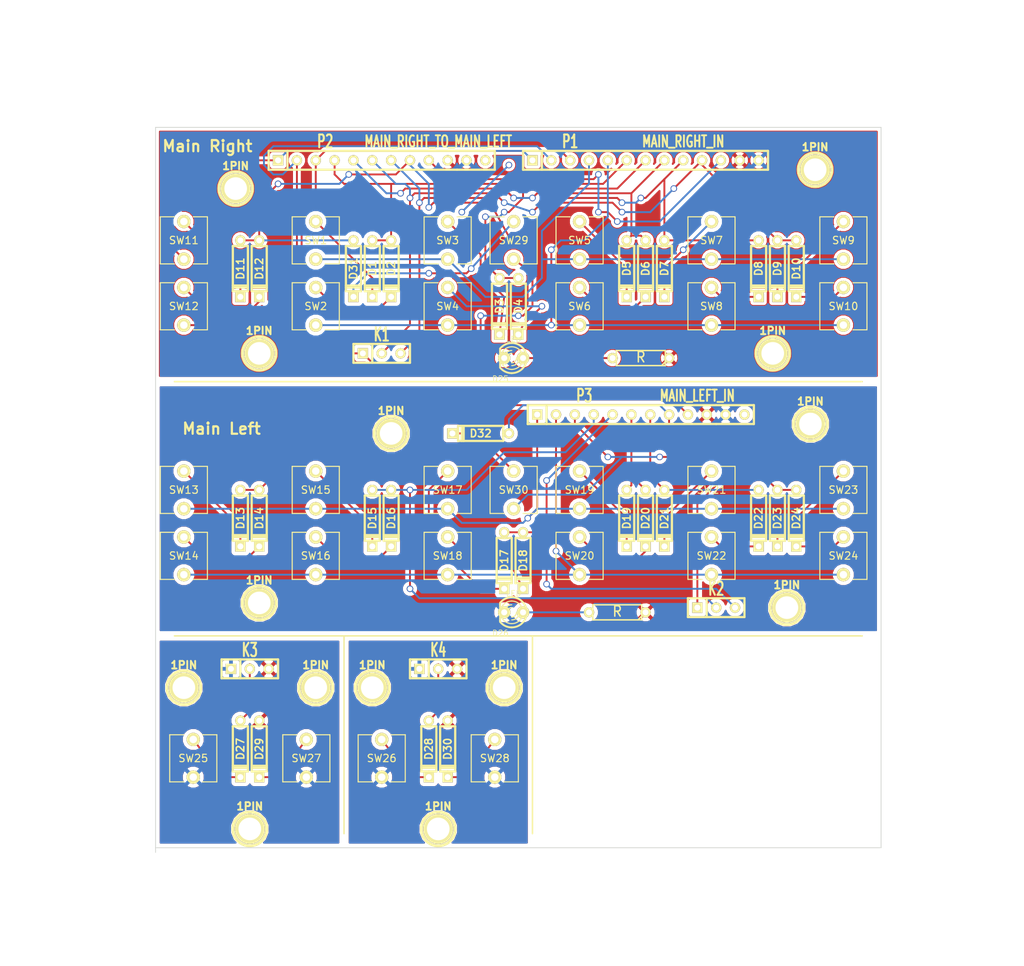
<source format=kicad_pcb>
(kicad_pcb (version 3) (host pcbnew "(2013-07-07 BZR 4022)-stable")
  (layers (15 F.Cu signal) (0 B.Cu signal) (18 B.Paste user) (19 F.Paste user) (20 B.SilkS user) (21 F.SilkS user) (22 B.Mask user) (23 F.Mask user) (28 Edge.Cuts user))
  (net 0 "")
  (net 1 /COL_0)
  (net 2 /COL_1)
  (net 3 /COL_2)
  (net 4 /COL_3)
  (net 5 /COL_4)
  (net 6 /COL_5)
  (net 7 /GND)
  (net 8 /LED)
  (net 9 /L_COL_0)
  (net 10 /L_COL_1)
  (net 11 /L_COL_2)
  (net 12 /L_COL_3)
  (net 13 /L_COL_4)
  (net 14 /L_COL_5)
  (net 15 /L_GND)
  (net 16 /L_LED)
  (net 17 /L_ROW_0)
  (net 18 /L_ROW_1)
  (net 19 /L_ROW_2)
  (net 20 /ROW_0)
  (net 21 /ROW_1)
  (net 22 /ROW_2)
  (net 23 /ROW_3)
  (net 24 /ROW_4)
  (net 25 /VL_COL_0)
  (net 26 /VL_COL_1)
  (net 27 /VL_ROW_2)
  (net 28 /VR_COL_2)
  (net 29 /VR_COL_3)
  (net 30 /VR_ROW_2)
  (net 31 N-0000013)
  (net 32 N-0000015)
  (net 33 N-0000016)
  (net 34 N-0000017)
  (net 35 N-0000023)
  (net 36 N-0000025)
  (net 37 N-0000028)
  (net 38 N-0000030)
  (net 39 N-0000033)
  (net 40 N-0000036)
  (net 41 N-0000037)
  (net 42 N-0000038)
  (net 43 N-0000039)
  (net 44 N-0000040)
  (net 45 N-0000041)
  (net 46 N-0000042)
  (net 47 N-0000043)
  (net 48 N-0000044)
  (net 49 N-0000045)
  (net 50 N-0000046)
  (net 51 N-0000047)
  (net 52 N-0000048)
  (net 53 N-0000049)
  (net 54 N-0000050)
  (net 55 N-0000051)
  (net 56 N-0000052)
  (net 57 N-0000053)
  (net 58 N-0000054)
  (net 59 N-0000058)
  (net 60 N-0000059)
  (net 61 N-0000060)
  (net 62 N-0000061)
  (module SIL-3 (layer F.Cu) (at 141.605 92.71)
    (fp_text reference K1 (at 0 -2.54) (layer F.SilkS) (effects (font (size 1.7907 1.07696) (thickness 0.3048))))
    (fp_text value MAIN_RIGHT_TO_VOWELS_RIGHT hide)
    (pad 1 thru_hole rect (at -2.54 0) (size 1.397 1.397) (drill 0.8128) (layers *.Cu *.Mask F.SilkS) (net 22 /ROW_2))
    (pad 2 thru_hole circle (at 0 0) (size 1.397 1.397) (drill 0.8128) (layers *.Cu *.Mask F.SilkS) (net 3 /COL_2))
    (pad 3 thru_hole circle (at 2.54 0) (size 1.397 1.397) (drill 0.8128) (layers *.Cu *.Mask F.SilkS) (net 4 /COL_3))
  )
  (module D3 (layer F.Cu) (at 140.335 81.28 270)
    (fp_text reference D1 (at 0 0 270) (layer F.SilkS) (effects (font (size 1.016 1.016) (thickness 0.2032))))
    (fp_text value DIODE hide)
    (pad 2 thru_hole rect (at 3.81 0 270) (size 1.397 1.397) (drill 0.8128) (layers *.Cu *.Mask F.SilkS) (net 51 N-0000047))
    (pad 1 thru_hole circle (at -3.81 0 270) (size 1.397 1.397) (drill 0.8128) (layers *.Cu *.Mask F.SilkS) (net 1 /COL_0))
  )
  (module D3 (layer F.Cu) (at 157.48 86.36 270)
    (fp_text reference D3 (at 0 0 270) (layer F.SilkS) (effects (font (size 1.016 1.016) (thickness 0.2032))))
    (fp_text value DIODE hide)
    (pad 2 thru_hole rect (at 3.81 0 270) (size 1.397 1.397) (drill 0.8128) (layers *.Cu *.Mask F.SilkS) (net 54 N-0000050))
    (pad 1 thru_hole circle (at -3.81 0 270) (size 1.397 1.397) (drill 0.8128) (layers *.Cu *.Mask F.SilkS) (net 2 /COL_1))
  )
  (module D3 (layer F.Cu) (at 142.875 81.28 270)
    (fp_text reference D2 (at 0 0 270) (layer F.SilkS) (effects (font (size 1.016 1.016) (thickness 0.2032))))
    (fp_text value DIODE hide)
    (pad 2 thru_hole rect (at 3.81 0 270) (size 1.397 1.397) (drill 0.8128) (layers *.Cu *.Mask F.SilkS) (net 52 N-0000048))
    (pad 1 thru_hole circle (at -3.81 0 270) (size 1.397 1.397) (drill 0.8128) (layers *.Cu *.Mask F.SilkS) (net 1 /COL_0))
  )
  (module D3 (layer F.Cu) (at 160.02 86.36 270)
    (fp_text reference D4 (at 0 0 270) (layer F.SilkS) (effects (font (size 1.016 1.016) (thickness 0.2032))))
    (fp_text value DIODE hide)
    (pad 2 thru_hole rect (at 3.81 0 270) (size 1.397 1.397) (drill 0.8128) (layers *.Cu *.Mask F.SilkS) (net 53 N-0000049))
    (pad 1 thru_hole circle (at -3.81 0 270) (size 1.397 1.397) (drill 0.8128) (layers *.Cu *.Mask F.SilkS) (net 2 /COL_1))
  )
  (module D3 (layer F.Cu) (at 174.625 81.28 270)
    (fp_text reference D5 (at 0 0 270) (layer F.SilkS) (effects (font (size 1.016 1.016) (thickness 0.2032))))
    (fp_text value DIODE hide)
    (pad 2 thru_hole rect (at 3.81 0 270) (size 1.397 1.397) (drill 0.8128) (layers *.Cu *.Mask F.SilkS) (net 46 N-0000042))
    (pad 1 thru_hole circle (at -3.81 0 270) (size 1.397 1.397) (drill 0.8128) (layers *.Cu *.Mask F.SilkS) (net 3 /COL_2))
  )
  (module D3 (layer F.Cu) (at 179.705 81.28 270)
    (fp_text reference D7 (at 0 0 270) (layer F.SilkS) (effects (font (size 1.016 1.016) (thickness 0.2032))))
    (fp_text value DIODE hide)
    (pad 2 thru_hole rect (at 3.81 0 270) (size 1.397 1.397) (drill 0.8128) (layers *.Cu *.Mask F.SilkS) (net 45 N-0000041))
    (pad 1 thru_hole circle (at -3.81 0 270) (size 1.397 1.397) (drill 0.8128) (layers *.Cu *.Mask F.SilkS) (net 4 /COL_3))
  )
  (module D3 (layer F.Cu) (at 177.165 81.28 270)
    (fp_text reference D6 (at 0 0 270) (layer F.SilkS) (effects (font (size 1.016 1.016) (thickness 0.2032))))
    (fp_text value DIODE hide)
    (pad 2 thru_hole rect (at 3.81 0 270) (size 1.397 1.397) (drill 0.8128) (layers *.Cu *.Mask F.SilkS) (net 43 N-0000039))
    (pad 1 thru_hole circle (at -3.81 0 270) (size 1.397 1.397) (drill 0.8128) (layers *.Cu *.Mask F.SilkS) (net 3 /COL_2))
  )
  (module D3 (layer F.Cu) (at 192.405 81.28 270)
    (fp_text reference D8 (at 0 0 270) (layer F.SilkS) (effects (font (size 1.016 1.016) (thickness 0.2032))))
    (fp_text value DIODE hide)
    (pad 2 thru_hole rect (at 3.81 0 270) (size 1.397 1.397) (drill 0.8128) (layers *.Cu *.Mask F.SilkS) (net 44 N-0000040))
    (pad 1 thru_hole circle (at -3.81 0 270) (size 1.397 1.397) (drill 0.8128) (layers *.Cu *.Mask F.SilkS) (net 4 /COL_3))
  )
  (module D3 (layer F.Cu) (at 194.945 81.28 270)
    (fp_text reference D9 (at 0 0 270) (layer F.SilkS) (effects (font (size 1.016 1.016) (thickness 0.2032))))
    (fp_text value DIODE hide)
    (pad 2 thru_hole rect (at 3.81 0 270) (size 1.397 1.397) (drill 0.8128) (layers *.Cu *.Mask F.SilkS) (net 50 N-0000046))
    (pad 1 thru_hole circle (at -3.81 0 270) (size 1.397 1.397) (drill 0.8128) (layers *.Cu *.Mask F.SilkS) (net 5 /COL_4))
  )
  (module D3 (layer F.Cu) (at 122.555 81.28 270)
    (fp_text reference D11 (at 0 0 270) (layer F.SilkS) (effects (font (size 1.016 1.016) (thickness 0.2032))))
    (fp_text value DIODE hide)
    (pad 2 thru_hole rect (at 3.81 0 270) (size 1.397 1.397) (drill 0.8128) (layers *.Cu *.Mask F.SilkS) (net 47 N-0000043))
    (pad 1 thru_hole circle (at -3.81 0 270) (size 1.397 1.397) (drill 0.8128) (layers *.Cu *.Mask F.SilkS) (net 5 /COL_4))
  )
  (module D3 (layer F.Cu) (at 197.485 81.28 270)
    (fp_text reference D10 (at 0 0 270) (layer F.SilkS) (effects (font (size 1.016 1.016) (thickness 0.2032))))
    (fp_text value DIODE hide)
    (pad 2 thru_hole rect (at 3.81 0 270) (size 1.397 1.397) (drill 0.8128) (layers *.Cu *.Mask F.SilkS) (net 48 N-0000044))
    (pad 1 thru_hole circle (at -3.81 0 270) (size 1.397 1.397) (drill 0.8128) (layers *.Cu *.Mask F.SilkS) (net 5 /COL_4))
  )
  (module D3 (layer F.Cu) (at 125.095 81.28 270)
    (fp_text reference D12 (at 0 0 270) (layer F.SilkS) (effects (font (size 1.016 1.016) (thickness 0.2032))))
    (fp_text value DIODE hide)
    (pad 2 thru_hole rect (at 3.81 0 270) (size 1.397 1.397) (drill 0.8128) (layers *.Cu *.Mask F.SilkS) (net 49 N-0000045))
    (pad 1 thru_hole circle (at -3.81 0 270) (size 1.397 1.397) (drill 0.8128) (layers *.Cu *.Mask F.SilkS) (net 5 /COL_4))
  )
  (module EVQ-P0E07K (layer F.Cu) (at 132.715 77.47)
    (fp_text reference SW1 (at 0 0) (layer F.SilkS))
    (fp_text value SPST hide)
    (pad 1 thru_hole circle (at 0 -2.54) (size 1.8 1.8) (drill 1) (layers *.Cu *.Mask F.SilkS) (net 51 N-0000047))
    (pad 2 thru_hole circle (at 0 2.54) (size 1.8 1.8) (drill 1) (layers *.Cu *.Mask F.SilkS) (net 23 /ROW_3))
  )
  (module EVQ-P0E07K (layer F.Cu) (at 132.715 86.36)
    (fp_text reference SW2 (at 0 0) (layer F.SilkS))
    (fp_text value SPST hide)
    (pad 1 thru_hole circle (at 0 -2.54) (size 1.8 1.8) (drill 1) (layers *.Cu *.Mask F.SilkS) (net 52 N-0000048))
    (pad 2 thru_hole circle (at 0 2.54) (size 1.8 1.8) (drill 1) (layers *.Cu *.Mask F.SilkS) (net 24 /ROW_4))
  )
  (module EVQ-P0E07K (layer F.Cu) (at 150.495 77.47)
    (fp_text reference SW3 (at 0 0) (layer F.SilkS))
    (fp_text value SPST hide)
    (pad 1 thru_hole circle (at 0 -2.54) (size 1.8 1.8) (drill 1) (layers *.Cu *.Mask F.SilkS) (net 54 N-0000050))
    (pad 2 thru_hole circle (at 0 2.54) (size 1.8 1.8) (drill 1) (layers *.Cu *.Mask F.SilkS) (net 23 /ROW_3))
  )
  (module EVQ-P0E07K (layer F.Cu) (at 150.495 86.36)
    (fp_text reference SW4 (at 0 0) (layer F.SilkS))
    (fp_text value SPST hide)
    (pad 1 thru_hole circle (at 0 -2.54) (size 1.8 1.8) (drill 1) (layers *.Cu *.Mask F.SilkS) (net 53 N-0000049))
    (pad 2 thru_hole circle (at 0 2.54) (size 1.8 1.8) (drill 1) (layers *.Cu *.Mask F.SilkS) (net 24 /ROW_4))
  )
  (module EVQ-P0E07K (layer F.Cu) (at 168.275 77.47)
    (fp_text reference SW5 (at 0 0) (layer F.SilkS))
    (fp_text value SPST hide)
    (pad 1 thru_hole circle (at 0 -2.54) (size 1.8 1.8) (drill 1) (layers *.Cu *.Mask F.SilkS) (net 46 N-0000042))
    (pad 2 thru_hole circle (at 0 2.54) (size 1.8 1.8) (drill 1) (layers *.Cu *.Mask F.SilkS) (net 23 /ROW_3))
  )
  (module EVQ-P0E07K (layer F.Cu) (at 186.055 77.47)
    (fp_text reference SW7 (at 0 0) (layer F.SilkS))
    (fp_text value SPST hide)
    (pad 1 thru_hole circle (at 0 -2.54) (size 1.8 1.8) (drill 1) (layers *.Cu *.Mask F.SilkS) (net 45 N-0000041))
    (pad 2 thru_hole circle (at 0 2.54) (size 1.8 1.8) (drill 1) (layers *.Cu *.Mask F.SilkS) (net 23 /ROW_3))
  )
  (module EVQ-P0E07K (layer F.Cu) (at 168.275 86.36)
    (fp_text reference SW6 (at 0 0) (layer F.SilkS))
    (fp_text value SPST hide)
    (pad 1 thru_hole circle (at 0 -2.54) (size 1.8 1.8) (drill 1) (layers *.Cu *.Mask F.SilkS) (net 43 N-0000039))
    (pad 2 thru_hole circle (at 0 2.54) (size 1.8 1.8) (drill 1) (layers *.Cu *.Mask F.SilkS) (net 24 /ROW_4))
  )
  (module EVQ-P0E07K (layer F.Cu) (at 186.055 86.36)
    (fp_text reference SW8 (at 0 0) (layer F.SilkS))
    (fp_text value SPST hide)
    (pad 1 thru_hole circle (at 0 -2.54) (size 1.8 1.8) (drill 1) (layers *.Cu *.Mask F.SilkS) (net 44 N-0000040))
    (pad 2 thru_hole circle (at 0 2.54) (size 1.8 1.8) (drill 1) (layers *.Cu *.Mask F.SilkS) (net 24 /ROW_4))
  )
  (module EVQ-P0E07K (layer F.Cu) (at 203.835 77.47)
    (fp_text reference SW9 (at 0 0) (layer F.SilkS))
    (fp_text value SPST hide)
    (pad 1 thru_hole circle (at 0 -2.54) (size 1.8 1.8) (drill 1) (layers *.Cu *.Mask F.SilkS) (net 50 N-0000046))
    (pad 2 thru_hole circle (at 0 2.54) (size 1.8 1.8) (drill 1) (layers *.Cu *.Mask F.SilkS) (net 23 /ROW_3))
  )
  (module EVQ-P0E07K (layer F.Cu) (at 114.935 77.47)
    (fp_text reference SW11 (at 0 0) (layer F.SilkS))
    (fp_text value SPST hide)
    (pad 1 thru_hole circle (at 0 -2.54) (size 1.8 1.8) (drill 1) (layers *.Cu *.Mask F.SilkS) (net 47 N-0000043))
    (pad 2 thru_hole circle (at 0 2.54) (size 1.8 1.8) (drill 1) (layers *.Cu *.Mask F.SilkS) (net 20 /ROW_0))
  )
  (module EVQ-P0E07K (layer F.Cu) (at 203.835 86.36)
    (fp_text reference SW10 (at 0 0) (layer F.SilkS))
    (fp_text value SPST hide)
    (pad 1 thru_hole circle (at 0 -2.54) (size 1.8 1.8) (drill 1) (layers *.Cu *.Mask F.SilkS) (net 48 N-0000044))
    (pad 2 thru_hole circle (at 0 2.54) (size 1.8 1.8) (drill 1) (layers *.Cu *.Mask F.SilkS) (net 24 /ROW_4))
  )
  (module EVQ-P0E07K (layer F.Cu) (at 114.935 86.36)
    (fp_text reference SW12 (at 0 0) (layer F.SilkS))
    (fp_text value SPST hide)
    (pad 1 thru_hole circle (at 0 -2.54) (size 1.8 1.8) (drill 1) (layers *.Cu *.Mask F.SilkS) (net 49 N-0000045))
    (pad 2 thru_hole circle (at 0 2.54) (size 1.8 1.8) (drill 1) (layers *.Cu *.Mask F.SilkS) (net 21 /ROW_1))
  )
  (module SIL-3 (layer F.Cu) (at 186.69 127)
    (fp_text reference K2 (at 0 -2.54) (layer F.SilkS) (effects (font (size 1.7907 1.07696) (thickness 0.3048))))
    (fp_text value MAIN_LEFT_TO_VOWELS_LEFT hide)
    (pad 1 thru_hole rect (at -2.54 0) (size 1.397 1.397) (drill 0.8128) (layers *.Cu *.Mask F.SilkS) (net 19 /L_ROW_2))
    (pad 2 thru_hole circle (at 0 0) (size 1.397 1.397) (drill 0.8128) (layers *.Cu *.Mask F.SilkS) (net 9 /L_COL_0))
    (pad 3 thru_hole circle (at 2.54 0) (size 1.397 1.397) (drill 0.8128) (layers *.Cu *.Mask F.SilkS) (net 10 /L_COL_1))
  )
  (module SIL-12 (layer F.Cu) (at 176.53 100.965)
    (fp_text reference P3 (at -7.62 -2.54) (layer F.SilkS) (effects (font (size 1.72974 1.08712) (thickness 0.3048))))
    (fp_text value MAIN_LEFT_IN (at 7.62 -2.54) (layer F.SilkS) (effects (font (size 1.524 1.016) (thickness 0.3048))))
    (pad 1 thru_hole rect (at -13.97 0) (size 1.397 1.397) (drill 0.8128) (layers *.Cu *.Mask F.SilkS) (net 17 /L_ROW_0))
    (pad 2 thru_hole circle (at -11.43 0) (size 1.397 1.397) (drill 0.8128) (layers *.Cu *.Mask F.SilkS) (net 18 /L_ROW_1))
    (pad 3 thru_hole circle (at -8.89 0) (size 1.397 1.397) (drill 0.8128) (layers *.Cu *.Mask F.SilkS) (net 19 /L_ROW_2))
    (pad 4 thru_hole circle (at -6.35 0) (size 1.397 1.397) (drill 0.8128) (layers *.Cu *.Mask F.SilkS) (net 9 /L_COL_0))
    (pad 5 thru_hole circle (at -3.81 0) (size 1.397 1.397) (drill 0.8128) (layers *.Cu *.Mask F.SilkS) (net 10 /L_COL_1))
    (pad 6 thru_hole circle (at -1.27 0) (size 1.397 1.397) (drill 0.8128) (layers *.Cu *.Mask F.SilkS) (net 11 /L_COL_2))
    (pad 7 thru_hole circle (at 1.27 0) (size 1.397 1.397) (drill 0.8128) (layers *.Cu *.Mask F.SilkS) (net 12 /L_COL_3))
    (pad 8 thru_hole circle (at 3.81 0) (size 1.397 1.397) (drill 0.8128) (layers *.Cu *.Mask F.SilkS) (net 13 /L_COL_4))
    (pad 9 thru_hole circle (at 6.35 0) (size 1.397 1.397) (drill 0.8128) (layers *.Cu *.Mask F.SilkS) (net 14 /L_COL_5))
    (pad 10 thru_hole circle (at 8.89 0) (size 1.397 1.397) (drill 0.8128) (layers *.Cu *.Mask F.SilkS) (net 16 /L_LED))
    (pad 11 thru_hole circle (at 11.43 0) (size 1.397 1.397) (drill 0.8128) (layers *.Cu *.Mask F.SilkS) (net 15 /L_GND))
    (pad 12 thru_hole circle (at 13.97 0) (size 1.397 1.397) (drill 0.8128) (layers *.Cu *.Mask F.SilkS))
  )
  (module R3 (layer F.Cu) (at 173.355 127.635 180)
    (fp_text reference R2 hide)
    (fp_text value R (at 0 0.127 180) (layer F.SilkS) (effects (font (size 1.397 1.27) (thickness 0.2032))))
    (pad 1 thru_hole circle (at -3.81 0 180) (size 1.397 1.397) (drill 0.8128) (layers *.Cu *.Mask F.SilkS) (net 16 /L_LED))
    (pad 2 thru_hole circle (at 3.81 0 180) (size 1.397 1.397) (drill 0.8128) (layers *.Cu *.Mask F.SilkS) (net 41 N-0000037))
  )
  (module R3 (layer F.Cu) (at 176.53 93.345 180)
    (fp_text reference R1 hide)
    (fp_text value R (at 0 0.127 180) (layer F.SilkS) (effects (font (size 1.397 1.27) (thickness 0.2032))))
    (pad 1 thru_hole circle (at -3.81 0 180) (size 1.397 1.397) (drill 0.8128) (layers *.Cu *.Mask F.SilkS) (net 8 /LED))
    (pad 2 thru_hole circle (at 3.81 0 180) (size 1.397 1.397) (drill 0.8128) (layers *.Cu *.Mask F.SilkS) (net 42 N-0000038))
  )
  (module LED-3MM (layer F.Cu) (at 159.385 127.635 180)
    (fp_text reference D26 (at 1.778 -2.794 180) (layer F.SilkS) (effects (font (size 0.762 0.762) (thickness 0.0889))))
    (fp_text value LED (at 0 2.54 180) (layer F.SilkS) (effects (font (size 0.762 0.762) (thickness 0.0889))))
    (pad 1 thru_hole circle (at -1.27 0 180) (size 1.6764 1.6764) (drill 0.8128) (layers *.Cu *.Mask F.SilkS) (net 41 N-0000037))
    (pad 2 thru_hole circle (at 1.27 0 180) (size 1.6764 1.6764) (drill 0.8128) (layers *.Cu *.Mask F.SilkS) (net 15 /L_GND))
  )
  (module LED-3MM (layer F.Cu) (at 159.385 93.345 180)
    (fp_text reference D25 (at 1.778 -2.794 180) (layer F.SilkS) (effects (font (size 0.762 0.762) (thickness 0.0889))))
    (fp_text value LED (at 0 2.54 180) (layer F.SilkS) (effects (font (size 0.762 0.762) (thickness 0.0889))))
    (pad 1 thru_hole circle (at -1.27 0 180) (size 1.6764 1.6764) (drill 0.8128) (layers *.Cu *.Mask F.SilkS) (net 42 N-0000038))
    (pad 2 thru_hole circle (at 1.27 0 180) (size 1.6764 1.6764) (drill 0.8128) (layers *.Cu *.Mask F.SilkS) (net 7 /GND))
  )
  (module EVQ-P0E07K (layer F.Cu) (at 132.715 120.015)
    (fp_text reference SW16 (at 0 0) (layer F.SilkS))
    (fp_text value SPST hide)
    (pad 1 thru_hole circle (at 0 -2.54) (size 1.8 1.8) (drill 1) (layers *.Cu *.Mask F.SilkS) (net 61 N-0000060))
    (pad 2 thru_hole circle (at 0 2.54) (size 1.8 1.8) (drill 1) (layers *.Cu *.Mask F.SilkS) (net 18 /L_ROW_1))
  )
  (module EVQ-P0E07K (layer F.Cu) (at 150.495 120.015)
    (fp_text reference SW18 (at 0 0) (layer F.SilkS))
    (fp_text value SPST hide)
    (pad 1 thru_hole circle (at 0 -2.54) (size 1.8 1.8) (drill 1) (layers *.Cu *.Mask F.SilkS) (net 60 N-0000059))
    (pad 2 thru_hole circle (at 0 2.54) (size 1.8 1.8) (drill 1) (layers *.Cu *.Mask F.SilkS) (net 18 /L_ROW_1))
  )
  (module EVQ-P0E07K (layer F.Cu) (at 150.495 111.125)
    (fp_text reference SW17 (at 0 0) (layer F.SilkS))
    (fp_text value SPST hide)
    (pad 1 thru_hole circle (at 0 -2.54) (size 1.8 1.8) (drill 1) (layers *.Cu *.Mask F.SilkS) (net 62 N-0000061))
    (pad 2 thru_hole circle (at 0 2.54) (size 1.8 1.8) (drill 1) (layers *.Cu *.Mask F.SilkS) (net 17 /L_ROW_0))
  )
  (module EVQ-P0E07K (layer F.Cu) (at 168.275 111.125)
    (fp_text reference SW19 (at 0 0) (layer F.SilkS))
    (fp_text value SPST hide)
    (pad 1 thru_hole circle (at 0 -2.54) (size 1.8 1.8) (drill 1) (layers *.Cu *.Mask F.SilkS) (net 55 N-0000051))
    (pad 2 thru_hole circle (at 0 2.54) (size 1.8 1.8) (drill 1) (layers *.Cu *.Mask F.SilkS) (net 17 /L_ROW_0))
  )
  (module EVQ-P0E07K (layer F.Cu) (at 186.055 111.125)
    (fp_text reference SW21 (at 0 0) (layer F.SilkS))
    (fp_text value SPST hide)
    (pad 1 thru_hole circle (at 0 -2.54) (size 1.8 1.8) (drill 1) (layers *.Cu *.Mask F.SilkS) (net 56 N-0000052))
    (pad 2 thru_hole circle (at 0 2.54) (size 1.8 1.8) (drill 1) (layers *.Cu *.Mask F.SilkS) (net 17 /L_ROW_0))
  )
  (module EVQ-P0E07K (layer F.Cu) (at 168.275 120.015)
    (fp_text reference SW20 (at 0 0) (layer F.SilkS))
    (fp_text value SPST hide)
    (pad 1 thru_hole circle (at 0 -2.54) (size 1.8 1.8) (drill 1) (layers *.Cu *.Mask F.SilkS) (net 57 N-0000053))
    (pad 2 thru_hole circle (at 0 2.54) (size 1.8 1.8) (drill 1) (layers *.Cu *.Mask F.SilkS) (net 18 /L_ROW_1))
  )
  (module EVQ-P0E07K (layer F.Cu) (at 186.055 120.015)
    (fp_text reference SW22 (at 0 0) (layer F.SilkS))
    (fp_text value SPST hide)
    (pad 1 thru_hole circle (at 0 -2.54) (size 1.8 1.8) (drill 1) (layers *.Cu *.Mask F.SilkS) (net 58 N-0000054))
    (pad 2 thru_hole circle (at 0 2.54) (size 1.8 1.8) (drill 1) (layers *.Cu *.Mask F.SilkS) (net 18 /L_ROW_1))
  )
  (module EVQ-P0E07K (layer F.Cu) (at 132.715 111.125)
    (fp_text reference SW15 (at 0 0) (layer F.SilkS))
    (fp_text value SPST hide)
    (pad 1 thru_hole circle (at 0 -2.54) (size 1.8 1.8) (drill 1) (layers *.Cu *.Mask F.SilkS) (net 59 N-0000058))
    (pad 2 thru_hole circle (at 0 2.54) (size 1.8 1.8) (drill 1) (layers *.Cu *.Mask F.SilkS) (net 17 /L_ROW_0))
  )
  (module EVQ-P0E07K (layer F.Cu) (at 114.935 120.015)
    (fp_text reference SW14 (at 0 0) (layer F.SilkS))
    (fp_text value SPST hide)
    (pad 1 thru_hole circle (at 0 -2.54) (size 1.8 1.8) (drill 1) (layers *.Cu *.Mask F.SilkS) (net 31 N-0000013))
    (pad 2 thru_hole circle (at 0 2.54) (size 1.8 1.8) (drill 1) (layers *.Cu *.Mask F.SilkS) (net 18 /L_ROW_1))
  )
  (module EVQ-P0E07K (layer F.Cu) (at 203.835 111.125)
    (fp_text reference SW23 (at 0 0) (layer F.SilkS))
    (fp_text value SPST hide)
    (pad 1 thru_hole circle (at 0 -2.54) (size 1.8 1.8) (drill 1) (layers *.Cu *.Mask F.SilkS) (net 34 N-0000017))
    (pad 2 thru_hole circle (at 0 2.54) (size 1.8 1.8) (drill 1) (layers *.Cu *.Mask F.SilkS) (net 17 /L_ROW_0))
  )
  (module EVQ-P0E07K (layer F.Cu) (at 203.835 120.015)
    (fp_text reference SW24 (at 0 0) (layer F.SilkS))
    (fp_text value SPST hide)
    (pad 1 thru_hole circle (at 0 -2.54) (size 1.8 1.8) (drill 1) (layers *.Cu *.Mask F.SilkS) (net 33 N-0000016))
    (pad 2 thru_hole circle (at 0 2.54) (size 1.8 1.8) (drill 1) (layers *.Cu *.Mask F.SilkS) (net 18 /L_ROW_1))
  )
  (module EVQ-P0E07K (layer F.Cu) (at 114.935 111.125)
    (fp_text reference SW13 (at 0 0) (layer F.SilkS))
    (fp_text value SPST hide)
    (pad 1 thru_hole circle (at 0 -2.54) (size 1.8 1.8) (drill 1) (layers *.Cu *.Mask F.SilkS) (net 32 N-0000015))
    (pad 2 thru_hole circle (at 0 2.54) (size 1.8 1.8) (drill 1) (layers *.Cu *.Mask F.SilkS) (net 17 /L_ROW_0))
  )
  (module D3 (layer F.Cu) (at 140.335 114.935 270)
    (fp_text reference D15 (at 0 0 270) (layer F.SilkS) (effects (font (size 1.016 1.016) (thickness 0.2032))))
    (fp_text value DIODE hide)
    (pad 2 thru_hole rect (at 3.81 0 270) (size 1.397 1.397) (drill 0.8128) (layers *.Cu *.Mask F.SilkS) (net 59 N-0000058))
    (pad 1 thru_hole circle (at -3.81 0 270) (size 1.397 1.397) (drill 0.8128) (layers *.Cu *.Mask F.SilkS) (net 9 /L_COL_0))
  )
  (module D3 (layer F.Cu) (at 158.115 120.65 270)
    (fp_text reference D17 (at 0 0 270) (layer F.SilkS) (effects (font (size 1.016 1.016) (thickness 0.2032))))
    (fp_text value DIODE hide)
    (pad 2 thru_hole rect (at 3.81 0 270) (size 1.397 1.397) (drill 0.8128) (layers *.Cu *.Mask F.SilkS) (net 62 N-0000061))
    (pad 1 thru_hole circle (at -3.81 0 270) (size 1.397 1.397) (drill 0.8128) (layers *.Cu *.Mask F.SilkS) (net 10 /L_COL_1))
  )
  (module D3 (layer F.Cu) (at 142.875 114.935 270)
    (fp_text reference D16 (at 0 0 270) (layer F.SilkS) (effects (font (size 1.016 1.016) (thickness 0.2032))))
    (fp_text value DIODE hide)
    (pad 2 thru_hole rect (at 3.81 0 270) (size 1.397 1.397) (drill 0.8128) (layers *.Cu *.Mask F.SilkS) (net 61 N-0000060))
    (pad 1 thru_hole circle (at -3.81 0 270) (size 1.397 1.397) (drill 0.8128) (layers *.Cu *.Mask F.SilkS) (net 9 /L_COL_0))
  )
  (module D3 (layer F.Cu) (at 160.655 120.65 270)
    (fp_text reference D18 (at 0 0 270) (layer F.SilkS) (effects (font (size 1.016 1.016) (thickness 0.2032))))
    (fp_text value DIODE hide)
    (pad 2 thru_hole rect (at 3.81 0 270) (size 1.397 1.397) (drill 0.8128) (layers *.Cu *.Mask F.SilkS) (net 60 N-0000059))
    (pad 1 thru_hole circle (at -3.81 0 270) (size 1.397 1.397) (drill 0.8128) (layers *.Cu *.Mask F.SilkS) (net 10 /L_COL_1))
  )
  (module D3 (layer F.Cu) (at 125.095 114.935 270)
    (fp_text reference D14 (at 0 0 270) (layer F.SilkS) (effects (font (size 1.016 1.016) (thickness 0.2032))))
    (fp_text value DIODE hide)
    (pad 2 thru_hole rect (at 3.81 0 270) (size 1.397 1.397) (drill 0.8128) (layers *.Cu *.Mask F.SilkS) (net 31 N-0000013))
    (pad 1 thru_hole circle (at -3.81 0 270) (size 1.397 1.397) (drill 0.8128) (layers *.Cu *.Mask F.SilkS) (net 14 /L_COL_5))
  )
  (module D3 (layer F.Cu) (at 122.555 114.935 270)
    (fp_text reference D13 (at 0 0 270) (layer F.SilkS) (effects (font (size 1.016 1.016) (thickness 0.2032))))
    (fp_text value DIODE hide)
    (pad 2 thru_hole rect (at 3.81 0 270) (size 1.397 1.397) (drill 0.8128) (layers *.Cu *.Mask F.SilkS) (net 32 N-0000015))
    (pad 1 thru_hole circle (at -3.81 0 270) (size 1.397 1.397) (drill 0.8128) (layers *.Cu *.Mask F.SilkS) (net 14 /L_COL_5))
  )
  (module D3 (layer F.Cu) (at 197.485 114.935 270)
    (fp_text reference D24 (at 0 0 270) (layer F.SilkS) (effects (font (size 1.016 1.016) (thickness 0.2032))))
    (fp_text value DIODE hide)
    (pad 2 thru_hole rect (at 3.81 0 270) (size 1.397 1.397) (drill 0.8128) (layers *.Cu *.Mask F.SilkS) (net 33 N-0000016))
    (pad 1 thru_hole circle (at -3.81 0 270) (size 1.397 1.397) (drill 0.8128) (layers *.Cu *.Mask F.SilkS) (net 13 /L_COL_4))
  )
  (module D3 (layer F.Cu) (at 194.945 114.935 270)
    (fp_text reference D23 (at 0 0 270) (layer F.SilkS) (effects (font (size 1.016 1.016) (thickness 0.2032))))
    (fp_text value DIODE hide)
    (pad 2 thru_hole rect (at 3.81 0 270) (size 1.397 1.397) (drill 0.8128) (layers *.Cu *.Mask F.SilkS) (net 34 N-0000017))
    (pad 1 thru_hole circle (at -3.81 0 270) (size 1.397 1.397) (drill 0.8128) (layers *.Cu *.Mask F.SilkS) (net 13 /L_COL_4))
  )
  (module D3 (layer F.Cu) (at 192.405 114.935 270)
    (fp_text reference D22 (at 0 0 270) (layer F.SilkS) (effects (font (size 1.016 1.016) (thickness 0.2032))))
    (fp_text value DIODE hide)
    (pad 2 thru_hole rect (at 3.81 0 270) (size 1.397 1.397) (drill 0.8128) (layers *.Cu *.Mask F.SilkS) (net 58 N-0000054))
    (pad 1 thru_hole circle (at -3.81 0 270) (size 1.397 1.397) (drill 0.8128) (layers *.Cu *.Mask F.SilkS) (net 12 /L_COL_3))
  )
  (module D3 (layer F.Cu) (at 177.165 114.935 270)
    (fp_text reference D20 (at 0 0 270) (layer F.SilkS) (effects (font (size 1.016 1.016) (thickness 0.2032))))
    (fp_text value DIODE hide)
    (pad 2 thru_hole rect (at 3.81 0 270) (size 1.397 1.397) (drill 0.8128) (layers *.Cu *.Mask F.SilkS) (net 57 N-0000053))
    (pad 1 thru_hole circle (at -3.81 0 270) (size 1.397 1.397) (drill 0.8128) (layers *.Cu *.Mask F.SilkS) (net 11 /L_COL_2))
  )
  (module D3 (layer F.Cu) (at 179.705 114.935 270)
    (fp_text reference D21 (at 0 0 270) (layer F.SilkS) (effects (font (size 1.016 1.016) (thickness 0.2032))))
    (fp_text value DIODE hide)
    (pad 2 thru_hole rect (at 3.81 0 270) (size 1.397 1.397) (drill 0.8128) (layers *.Cu *.Mask F.SilkS) (net 56 N-0000052))
    (pad 1 thru_hole circle (at -3.81 0 270) (size 1.397 1.397) (drill 0.8128) (layers *.Cu *.Mask F.SilkS) (net 12 /L_COL_3))
  )
  (module D3 (layer F.Cu) (at 174.625 114.935 270)
    (fp_text reference D19 (at 0 0 270) (layer F.SilkS) (effects (font (size 1.016 1.016) (thickness 0.2032))))
    (fp_text value DIODE hide)
    (pad 2 thru_hole rect (at 3.81 0 270) (size 1.397 1.397) (drill 0.8128) (layers *.Cu *.Mask F.SilkS) (net 55 N-0000051))
    (pad 1 thru_hole circle (at -3.81 0 270) (size 1.397 1.397) (drill 0.8128) (layers *.Cu *.Mask F.SilkS) (net 11 /L_COL_2))
  )
  (module SIL-12 (layer F.Cu) (at 141.605 66.675)
    (fp_text reference P2 (at -7.62 -2.54) (layer F.SilkS) (effects (font (size 1.72974 1.08712) (thickness 0.3048))))
    (fp_text value MAIN_RIGHT_TO_MAIN_LEFT (at 7.62 -2.54) (layer F.SilkS) (effects (font (size 1.524 1.016) (thickness 0.3048))))
    (pad 1 thru_hole rect (at -13.97 0) (size 1.397 1.397) (drill 0.8128) (layers *.Cu *.Mask F.SilkS) (net 20 /ROW_0))
    (pad 2 thru_hole circle (at -11.43 0) (size 1.397 1.397) (drill 0.8128) (layers *.Cu *.Mask F.SilkS) (net 21 /ROW_1))
    (pad 3 thru_hole circle (at -8.89 0) (size 1.397 1.397) (drill 0.8128) (layers *.Cu *.Mask F.SilkS) (net 22 /ROW_2))
    (pad 4 thru_hole circle (at -6.35 0) (size 1.397 1.397) (drill 0.8128) (layers *.Cu *.Mask F.SilkS) (net 1 /COL_0))
    (pad 5 thru_hole circle (at -3.81 0) (size 1.397 1.397) (drill 0.8128) (layers *.Cu *.Mask F.SilkS) (net 2 /COL_1))
    (pad 6 thru_hole circle (at -1.27 0) (size 1.397 1.397) (drill 0.8128) (layers *.Cu *.Mask F.SilkS) (net 3 /COL_2))
    (pad 7 thru_hole circle (at 1.27 0) (size 1.397 1.397) (drill 0.8128) (layers *.Cu *.Mask F.SilkS) (net 4 /COL_3))
    (pad 8 thru_hole circle (at 3.81 0) (size 1.397 1.397) (drill 0.8128) (layers *.Cu *.Mask F.SilkS) (net 5 /COL_4))
    (pad 9 thru_hole circle (at 6.35 0) (size 1.397 1.397) (drill 0.8128) (layers *.Cu *.Mask F.SilkS) (net 6 /COL_5))
    (pad 10 thru_hole circle (at 8.89 0) (size 1.397 1.397) (drill 0.8128) (layers *.Cu *.Mask F.SilkS) (net 8 /LED))
    (pad 11 thru_hole circle (at 11.43 0) (size 1.397 1.397) (drill 0.8128) (layers *.Cu *.Mask F.SilkS) (net 7 /GND))
    (pad 12 thru_hole circle (at 13.97 0) (size 1.397 1.397) (drill 0.8128) (layers *.Cu *.Mask F.SilkS))
  )
  (module SIL-13 (layer F.Cu) (at 177.165 66.675)
    (fp_text reference P1 (at -10.16 -2.54) (layer F.SilkS) (effects (font (size 1.72974 1.08712) (thickness 0.3048))))
    (fp_text value MAIN_RIGHT_IN (at 5.08 -2.54) (layer F.SilkS) (effects (font (size 1.524 1.016) (thickness 0.3048))))
    (pad 1 thru_hole rect (at -15.24 0) (size 1.397 1.397) (drill 0.8128) (layers *.Cu *.Mask F.SilkS) (net 20 /ROW_0))
    (pad 2 thru_hole circle (at -12.7 0) (size 1.397 1.397) (drill 0.8128) (layers *.Cu *.Mask F.SilkS) (net 21 /ROW_1))
    (pad 3 thru_hole circle (at -10.16 0) (size 1.397 1.397) (drill 0.8128) (layers *.Cu *.Mask F.SilkS) (net 22 /ROW_2))
    (pad 4 thru_hole circle (at -7.62 0) (size 1.397 1.397) (drill 0.8128) (layers *.Cu *.Mask F.SilkS) (net 23 /ROW_3))
    (pad 5 thru_hole circle (at -5.08 0) (size 1.397 1.397) (drill 0.8128) (layers *.Cu *.Mask F.SilkS) (net 24 /ROW_4))
    (pad 6 thru_hole circle (at -2.54 0) (size 1.397 1.397) (drill 0.8128) (layers *.Cu *.Mask F.SilkS) (net 1 /COL_0))
    (pad 7 thru_hole circle (at 0 0) (size 1.397 1.397) (drill 0.8128) (layers *.Cu *.Mask F.SilkS) (net 2 /COL_1))
    (pad 8 thru_hole circle (at 2.54 0) (size 1.397 1.397) (drill 0.8128) (layers *.Cu *.Mask F.SilkS) (net 3 /COL_2))
    (pad 9 thru_hole circle (at 5.08 0) (size 1.397 1.397) (drill 0.8128) (layers *.Cu *.Mask F.SilkS) (net 4 /COL_3))
    (pad 10 thru_hole circle (at 7.62 0) (size 1.397 1.397) (drill 0.8128) (layers *.Cu *.Mask F.SilkS) (net 5 /COL_4))
    (pad 11 thru_hole circle (at 10.16 0) (size 1.397 1.397) (drill 0.8128) (layers *.Cu *.Mask F.SilkS) (net 6 /COL_5))
    (pad 12 thru_hole circle (at 12.7 0) (size 1.397 1.397) (drill 0.8128) (layers *.Cu *.Mask F.SilkS) (net 8 /LED))
    (pad 13 thru_hole circle (at 15.24 0) (size 1.397 1.397) (drill 0.8128) (layers *.Cu *.Mask F.SilkS) (net 7 /GND))
  )
  (module SIL-3 (layer F.Cu) (at 123.825 135.255)
    (fp_text reference K3 (at 0 -2.54) (layer F.SilkS) (effects (font (size 1.7907 1.07696) (thickness 0.3048))))
    (fp_text value VOWELS_RIGHT_IN hide)
    (pad 1 thru_hole rect (at -2.54 0) (size 1.397 1.397) (drill 0.8128) (layers *.Cu *.Mask F.SilkS) (net 30 /VR_ROW_2))
    (pad 2 thru_hole circle (at 0 0) (size 1.397 1.397) (drill 0.8128) (layers *.Cu *.Mask F.SilkS) (net 28 /VR_COL_2))
    (pad 3 thru_hole circle (at 2.54 0) (size 1.397 1.397) (drill 0.8128) (layers *.Cu *.Mask F.SilkS) (net 29 /VR_COL_3))
  )
  (module SIL-3 (layer F.Cu) (at 149.225 135.255)
    (fp_text reference K4 (at 0 -2.54) (layer F.SilkS) (effects (font (size 1.7907 1.07696) (thickness 0.3048))))
    (fp_text value VOWELS_LEFT_IN hide)
    (pad 1 thru_hole rect (at -2.54 0) (size 1.397 1.397) (drill 0.8128) (layers *.Cu *.Mask F.SilkS) (net 27 /VL_ROW_2))
    (pad 2 thru_hole circle (at 0 0) (size 1.397 1.397) (drill 0.8128) (layers *.Cu *.Mask F.SilkS) (net 25 /VL_COL_0))
    (pad 3 thru_hole circle (at 2.54 0) (size 1.397 1.397) (drill 0.8128) (layers *.Cu *.Mask F.SilkS) (net 26 /VL_COL_1))
  )
  (module EVQ-P0E07K (layer F.Cu) (at 131.445 147.32)
    (fp_text reference SW27 (at 0 0) (layer F.SilkS))
    (fp_text value SPST hide)
    (pad 1 thru_hole circle (at 0 -2.54) (size 1.8 1.8) (drill 1) (layers *.Cu *.Mask F.SilkS) (net 38 N-0000030))
    (pad 2 thru_hole circle (at 0 2.54) (size 1.8 1.8) (drill 1) (layers *.Cu *.Mask F.SilkS) (net 30 /VR_ROW_2))
  )
  (module EVQ-P0E07K (layer F.Cu) (at 116.205 147.32)
    (fp_text reference SW25 (at 0 0) (layer F.SilkS))
    (fp_text value SPST hide)
    (pad 1 thru_hole circle (at 0 -2.54) (size 1.8 1.8) (drill 1) (layers *.Cu *.Mask F.SilkS) (net 37 N-0000028))
    (pad 2 thru_hole circle (at 0 2.54) (size 1.8 1.8) (drill 1) (layers *.Cu *.Mask F.SilkS) (net 30 /VR_ROW_2))
  )
  (module EVQ-P0E07K (layer F.Cu) (at 156.845 147.32)
    (fp_text reference SW28 (at 0 0) (layer F.SilkS))
    (fp_text value SPST hide)
    (pad 1 thru_hole circle (at 0 -2.54) (size 1.8 1.8) (drill 1) (layers *.Cu *.Mask F.SilkS) (net 36 N-0000025))
    (pad 2 thru_hole circle (at 0 2.54) (size 1.8 1.8) (drill 1) (layers *.Cu *.Mask F.SilkS) (net 27 /VL_ROW_2))
  )
  (module EVQ-P0E07K (layer F.Cu) (at 141.605 147.32)
    (fp_text reference SW26 (at 0 0) (layer F.SilkS))
    (fp_text value SPST hide)
    (pad 1 thru_hole circle (at 0 -2.54) (size 1.8 1.8) (drill 1) (layers *.Cu *.Mask F.SilkS) (net 35 N-0000023))
    (pad 2 thru_hole circle (at 0 2.54) (size 1.8 1.8) (drill 1) (layers *.Cu *.Mask F.SilkS) (net 27 /VL_ROW_2))
  )
  (module D3 (layer F.Cu) (at 125.095 146.05 270)
    (fp_text reference D29 (at 0 0 270) (layer F.SilkS) (effects (font (size 1.016 1.016) (thickness 0.2032))))
    (fp_text value DIODE hide)
    (pad 2 thru_hole rect (at 3.81 0 270) (size 1.397 1.397) (drill 0.8128) (layers *.Cu *.Mask F.SilkS) (net 38 N-0000030))
    (pad 1 thru_hole circle (at -3.81 0 270) (size 1.397 1.397) (drill 0.8128) (layers *.Cu *.Mask F.SilkS) (net 29 /VR_COL_3))
  )
  (module D3 (layer F.Cu) (at 122.555 146.05 270)
    (fp_text reference D27 (at 0 0 270) (layer F.SilkS) (effects (font (size 1.016 1.016) (thickness 0.2032))))
    (fp_text value DIODE hide)
    (pad 2 thru_hole rect (at 3.81 0 270) (size 1.397 1.397) (drill 0.8128) (layers *.Cu *.Mask F.SilkS) (net 37 N-0000028))
    (pad 1 thru_hole circle (at -3.81 0 270) (size 1.397 1.397) (drill 0.8128) (layers *.Cu *.Mask F.SilkS) (net 28 /VR_COL_2))
  )
  (module D3 (layer F.Cu) (at 150.495 146.05 270)
    (fp_text reference D30 (at 0 0 270) (layer F.SilkS) (effects (font (size 1.016 1.016) (thickness 0.2032))))
    (fp_text value DIODE hide)
    (pad 2 thru_hole rect (at 3.81 0 270) (size 1.397 1.397) (drill 0.8128) (layers *.Cu *.Mask F.SilkS) (net 36 N-0000025))
    (pad 1 thru_hole circle (at -3.81 0 270) (size 1.397 1.397) (drill 0.8128) (layers *.Cu *.Mask F.SilkS) (net 26 /VL_COL_1))
  )
  (module D3 (layer F.Cu) (at 147.955 146.05 270)
    (fp_text reference D28 (at 0 0 270) (layer F.SilkS) (effects (font (size 1.016 1.016) (thickness 0.2032))))
    (fp_text value DIODE hide)
    (pad 2 thru_hole rect (at 3.81 0 270) (size 1.397 1.397) (drill 0.8128) (layers *.Cu *.Mask F.SilkS) (net 35 N-0000023))
    (pad 1 thru_hole circle (at -3.81 0 270) (size 1.397 1.397) (drill 0.8128) (layers *.Cu *.Mask F.SilkS) (net 25 /VL_COL_0))
  )
  (module 1pin (layer F.Cu) (at 121.92 70.485)
    (fp_text reference 1PIN (at 0 -3.048) (layer F.SilkS) (effects (font (size 1.016 1.016) (thickness 0.254))))
    (fp_text value P*** hide)
    (pad 1 thru_hole circle (at 0 0) (size 4.064 4.064) (drill 3.048) (layers *.Cu *.Mask F.SilkS))
  )
  (module 1pin (layer F.Cu) (at 125.095 92.71)
    (fp_text reference 1PIN (at 0 -3.048) (layer F.SilkS) (effects (font (size 1.016 1.016) (thickness 0.254))))
    (fp_text value P*** hide)
    (pad 1 thru_hole circle (at 0 0) (size 4.064 4.064) (drill 3.048) (layers *.Cu *.Mask F.SilkS))
  )
  (module 1pin (layer F.Cu) (at 200.025 67.945)
    (fp_text reference 1PIN (at 0 -3.048) (layer F.SilkS) (effects (font (size 1.016 1.016) (thickness 0.254))))
    (fp_text value P*** hide)
    (pad 1 thru_hole circle (at 0 0) (size 4.064 4.064) (drill 3.048) (layers *.Cu *.Mask F.SilkS))
  )
  (module 1pin (layer F.Cu) (at 194.31 92.71)
    (fp_text reference 1PIN (at 0 -3.048) (layer F.SilkS) (effects (font (size 1.016 1.016) (thickness 0.254))))
    (fp_text value P*** hide)
    (pad 1 thru_hole circle (at 0 0) (size 4.064 4.064) (drill 3.048) (layers *.Cu *.Mask F.SilkS))
  )
  (module 1pin (layer F.Cu) (at 142.875 103.505)
    (fp_text reference 1PIN (at 0 -3.048) (layer F.SilkS) (effects (font (size 1.016 1.016) (thickness 0.254))))
    (fp_text value P*** hide)
    (pad 1 thru_hole circle (at 0 0) (size 4.064 4.064) (drill 3.048) (layers *.Cu *.Mask F.SilkS))
  )
  (module 1pin (layer F.Cu) (at 125.095 126.365)
    (fp_text reference 1PIN (at 0 -3.048) (layer F.SilkS) (effects (font (size 1.016 1.016) (thickness 0.254))))
    (fp_text value P*** hide)
    (pad 1 thru_hole circle (at 0 0) (size 4.064 4.064) (drill 3.048) (layers *.Cu *.Mask F.SilkS))
  )
  (module 1pin (layer F.Cu) (at 199.39 102.235)
    (fp_text reference 1PIN (at 0 -3.048) (layer F.SilkS) (effects (font (size 1.016 1.016) (thickness 0.254))))
    (fp_text value P*** hide)
    (pad 1 thru_hole circle (at 0 0) (size 4.064 4.064) (drill 3.048) (layers *.Cu *.Mask F.SilkS))
  )
  (module 1pin (layer F.Cu) (at 196.215 127)
    (fp_text reference 1PIN (at 0 -3.048) (layer F.SilkS) (effects (font (size 1.016 1.016) (thickness 0.254))))
    (fp_text value P*** hide)
    (pad 1 thru_hole circle (at 0 0) (size 4.064 4.064) (drill 3.048) (layers *.Cu *.Mask F.SilkS))
  )
  (module 1pin (layer F.Cu) (at 114.935 137.795)
    (fp_text reference 1PIN (at 0 -3.048) (layer F.SilkS) (effects (font (size 1.016 1.016) (thickness 0.254))))
    (fp_text value P*** hide)
    (pad 1 thru_hole circle (at 0 0) (size 4.064 4.064) (drill 3.048) (layers *.Cu *.Mask F.SilkS))
  )
  (module 1pin (layer F.Cu) (at 132.715 137.795)
    (fp_text reference 1PIN (at 0 -3.048) (layer F.SilkS) (effects (font (size 1.016 1.016) (thickness 0.254))))
    (fp_text value P*** hide)
    (pad 1 thru_hole circle (at 0 0) (size 4.064 4.064) (drill 3.048) (layers *.Cu *.Mask F.SilkS))
  )
  (module 1pin (layer F.Cu) (at 123.825 156.845)
    (fp_text reference 1PIN (at 0 -3.048) (layer F.SilkS) (effects (font (size 1.016 1.016) (thickness 0.254))))
    (fp_text value P*** hide)
    (pad 1 thru_hole circle (at 0 0) (size 4.064 4.064) (drill 3.048) (layers *.Cu *.Mask F.SilkS))
  )
  (module 1pin (layer F.Cu) (at 149.225 156.845)
    (fp_text reference 1PIN (at 0 -3.048) (layer F.SilkS) (effects (font (size 1.016 1.016) (thickness 0.254))))
    (fp_text value P*** hide)
    (pad 1 thru_hole circle (at 0 0) (size 4.064 4.064) (drill 3.048) (layers *.Cu *.Mask F.SilkS))
  )
  (module 1pin (layer F.Cu) (at 140.335 137.795)
    (fp_text reference 1PIN (at 0 -3.048) (layer F.SilkS) (effects (font (size 1.016 1.016) (thickness 0.254))))
    (fp_text value P*** hide)
    (pad 1 thru_hole circle (at 0 0) (size 4.064 4.064) (drill 3.048) (layers *.Cu *.Mask F.SilkS))
  )
  (module 1pin (layer F.Cu) (at 158.115 137.795)
    (fp_text reference 1PIN (at 0 -3.048) (layer F.SilkS) (effects (font (size 1.016 1.016) (thickness 0.254))))
    (fp_text value P*** hide)
    (pad 1 thru_hole circle (at 0 0) (size 4.064 4.064) (drill 3.048) (layers *.Cu *.Mask F.SilkS))
  )
  (module EVQ-P0E07K (layer F.Cu) (at 159.385 77.47)
    (fp_text reference SW29 (at 0 0) (layer F.SilkS))
    (fp_text value SPST hide)
    (pad 1 thru_hole circle (at 0 -2.54) (size 1.8 1.8) (drill 1) (layers *.Cu *.Mask F.SilkS) (net 40 N-0000036))
    (pad 2 thru_hole circle (at 0 2.54) (size 1.8 1.8) (drill 1) (layers *.Cu *.Mask F.SilkS) (net 22 /ROW_2))
  )
  (module EVQ-P0E07K (layer F.Cu) (at 159.385 111.125)
    (fp_text reference SW30 (at 0 0) (layer F.SilkS))
    (fp_text value SPST hide)
    (pad 1 thru_hole circle (at 0 -2.54) (size 1.8 1.8) (drill 1) (layers *.Cu *.Mask F.SilkS) (net 39 N-0000033))
    (pad 2 thru_hole circle (at 0 2.54) (size 1.8 1.8) (drill 1) (layers *.Cu *.Mask F.SilkS) (net 19 /L_ROW_2))
  )
  (module D3 (layer F.Cu) (at 137.795 81.28 270)
    (fp_text reference D31 (at 0 0 270) (layer F.SilkS) (effects (font (size 1.016 1.016) (thickness 0.2032))))
    (fp_text value DIODE hide)
    (pad 2 thru_hole rect (at 3.81 0 270) (size 1.397 1.397) (drill 0.8128) (layers *.Cu *.Mask F.SilkS) (net 40 N-0000036))
    (pad 1 thru_hole circle (at -3.81 0 270) (size 1.397 1.397) (drill 0.8128) (layers *.Cu *.Mask F.SilkS) (net 5 /COL_4))
  )
  (module D3 (layer F.Cu) (at 154.94 103.505 180)
    (fp_text reference D32 (at 0 0 180) (layer F.SilkS) (effects (font (size 1.016 1.016) (thickness 0.2032))))
    (fp_text value DIODE hide)
    (pad 2 thru_hole rect (at 3.81 0 180) (size 1.397 1.397) (drill 0.8128) (layers *.Cu *.Mask F.SilkS) (net 39 N-0000033))
    (pad 1 thru_hole circle (at -3.81 0 180) (size 1.397 1.397) (drill 0.8128) (layers *.Cu *.Mask F.SilkS) (net 13 /L_COL_4))
  )
  (gr_line (start 208.915 159.385) (end 208.915 62.23) (angle 90) (layer Edge.Cuts) (width 0.1))
  (gr_text "Main Left" (at 120.015 102.87) (layer F.SilkS) (effects (font (size 1.5 1.5) (thickness 0.3))))
  (gr_text "Main Right" (at 118.11 64.77) (layer F.SilkS) (effects (font (size 1.5 1.5) (thickness 0.3))))
  (gr_line (start 161.925 130.81) (end 161.925 157.48) (angle 90) (layer F.SilkS) (width 0.2))
  (gr_line (start 136.525 130.81) (end 136.525 157.48) (angle 90) (layer F.SilkS) (width 0.2))
  (gr_line (start 113.665 130.81) (end 206.375 130.81) (angle 90) (layer F.SilkS) (width 0.2))
  (gr_line (start 113.665 96.52) (end 206.375 96.52) (angle 90) (layer F.SilkS) (width 0.2))
  (gr_line (start 111.125 160.02) (end 111.125 62.23) (angle 90) (layer Edge.Cuts) (width 0.1))
  (gr_line (start 208.915 159.385) (end 111.125 159.385) (angle 90) (layer Edge.Cuts) (width 0.1))
  (gr_line (start 111.125 62.23) (end 208.915 62.23) (angle 90) (layer Edge.Cuts) (width 0.1))
  (via (at 152.4 73.66) (size 0.889) (layers F.Cu B.Cu) (net 0))
  (via (at 158.75 67.31) (size 0.889) (layers F.Cu B.Cu) (net 0))
  (segment (start 152.4 73.66) (end 158.75 67.31) (width 0.254) (layer B.Cu) (net 0))
  (segment (start 138.43 69.85) (end 136.525 69.85) (width 0.254) (layer F.Cu) (net 1))
  (segment (start 142.875 69.85) (end 138.43 69.85) (width 0.254) (layer F.Cu) (net 1))
  (segment (start 135.255 68.58) (end 135.255 66.675) (width 0.254) (layer F.Cu) (net 1))
  (segment (start 136.525 69.85) (end 135.255 68.58) (width 0.254) (layer F.Cu) (net 1))
  (segment (start 142.875 77.47) (end 140.335 77.47) (width 0.254) (layer F.Cu) (net 1))
  (segment (start 142.875 77.47) (end 142.875 69.85) (width 0.254) (layer F.Cu) (net 1))
  (segment (start 174.625 66.675) (end 171.45 69.85) (width 0.254) (layer F.Cu) (net 1))
  (segment (start 171.45 69.85) (end 142.875 69.85) (width 0.254) (layer F.Cu) (net 1))
  (segment (start 155.575 74.295) (end 155.575 80.645) (width 0.254) (layer F.Cu) (net 2))
  (segment (start 160.655 71.755) (end 158.75 73.66) (width 0.254) (layer F.Cu) (net 2))
  (segment (start 158.75 73.66) (end 158.115 73.66) (width 0.254) (layer F.Cu) (net 2))
  (via (at 158.115 73.66) (size 0.889) (layers F.Cu B.Cu) (net 2))
  (segment (start 158.115 73.66) (end 157.48 74.295) (width 0.254) (layer B.Cu) (net 2))
  (segment (start 157.48 74.295) (end 155.575 74.295) (width 0.254) (layer B.Cu) (net 2))
  (via (at 155.575 74.295) (size 0.889) (layers F.Cu B.Cu) (net 2))
  (segment (start 160.655 70.485) (end 160.655 71.755) (width 0.254) (layer F.Cu) (net 2))
  (segment (start 155.575 80.645) (end 157.48 82.55) (width 0.254) (layer F.Cu) (net 2))
  (segment (start 157.48 82.55) (end 160.02 82.55) (width 0.254) (layer F.Cu) (net 2))
  (segment (start 177.165 66.675) (end 173.355 70.485) (width 0.254) (layer F.Cu) (net 2))
  (segment (start 173.355 70.485) (end 160.655 70.485) (width 0.254) (layer F.Cu) (net 2))
  (segment (start 142.24 71.12) (end 137.795 66.675) (width 0.254) (layer B.Cu) (net 2))
  (segment (start 160.655 70.485) (end 144.78 70.485) (width 0.254) (layer F.Cu) (net 2))
  (segment (start 144.78 70.485) (end 144.145 71.12) (width 0.254) (layer F.Cu) (net 2))
  (via (at 144.145 71.12) (size 0.889) (layers F.Cu B.Cu) (net 2))
  (segment (start 144.145 71.12) (end 142.24 71.12) (width 0.254) (layer B.Cu) (net 2))
  (segment (start 145.415 71.755) (end 145.415 88.9) (width 0.254) (layer F.Cu) (net 3))
  (segment (start 145.415 88.9) (end 141.605 92.71) (width 0.254) (layer F.Cu) (net 3))
  (segment (start 175.26 76.835) (end 176.53 76.835) (width 0.254) (layer F.Cu) (net 3))
  (segment (start 176.53 76.835) (end 177.165 77.47) (width 0.254) (layer F.Cu) (net 3))
  (segment (start 175.26 71.12) (end 175.26 76.835) (width 0.254) (layer F.Cu) (net 3))
  (segment (start 175.26 76.835) (end 174.625 77.47) (width 0.254) (layer F.Cu) (net 3))
  (segment (start 179.705 66.675) (end 175.26 71.12) (width 0.254) (layer F.Cu) (net 3))
  (segment (start 143.51 69.85) (end 140.335 66.675) (width 0.254) (layer B.Cu) (net 3))
  (segment (start 144.78 69.85) (end 143.51 69.85) (width 0.254) (layer B.Cu) (net 3))
  (segment (start 145.415 70.485) (end 144.78 69.85) (width 0.254) (layer B.Cu) (net 3))
  (segment (start 145.415 71.755) (end 145.415 70.485) (width 0.254) (layer B.Cu) (net 3))
  (via (at 145.415 71.755) (size 0.889) (layers F.Cu B.Cu) (net 3))
  (segment (start 146.05 71.12) (end 145.415 71.755) (width 0.254) (layer F.Cu) (net 3))
  (segment (start 158.75 71.12) (end 146.05 71.12) (width 0.254) (layer F.Cu) (net 3))
  (segment (start 159.385 71.755) (end 158.75 71.12) (width 0.254) (layer F.Cu) (net 3))
  (via (at 159.385 71.755) (size 0.889) (layers F.Cu B.Cu) (net 3))
  (segment (start 161.925 71.755) (end 159.385 71.755) (width 0.254) (layer B.Cu) (net 3))
  (via (at 161.925 71.755) (size 0.889) (layers F.Cu B.Cu) (net 3))
  (segment (start 162.56 71.12) (end 161.925 71.755) (width 0.254) (layer F.Cu) (net 3))
  (segment (start 175.26 71.12) (end 162.56 71.12) (width 0.254) (layer F.Cu) (net 3))
  (segment (start 146.685 72.39) (end 146.685 90.17) (width 0.254) (layer F.Cu) (net 4))
  (segment (start 146.685 90.17) (end 144.145 92.71) (width 0.254) (layer F.Cu) (net 4))
  (segment (start 179.705 77.47) (end 192.405 77.47) (width 0.254) (layer F.Cu) (net 4))
  (segment (start 179.705 69.215) (end 179.705 77.47) (width 0.254) (layer F.Cu) (net 4))
  (segment (start 182.245 66.675) (end 179.705 69.215) (width 0.254) (layer F.Cu) (net 4))
  (segment (start 179.705 69.215) (end 177.165 71.755) (width 0.254) (layer F.Cu) (net 4))
  (segment (start 146.685 70.485) (end 142.875 66.675) (width 0.254) (layer B.Cu) (net 4))
  (segment (start 146.685 72.39) (end 146.685 70.485) (width 0.254) (layer B.Cu) (net 4))
  (via (at 146.685 72.39) (size 0.889) (layers F.Cu B.Cu) (net 4))
  (segment (start 147.32 71.755) (end 146.685 72.39) (width 0.254) (layer F.Cu) (net 4))
  (segment (start 157.48 71.755) (end 147.32 71.755) (width 0.254) (layer F.Cu) (net 4))
  (segment (start 158.115 72.39) (end 157.48 71.755) (width 0.254) (layer F.Cu) (net 4))
  (via (at 158.115 72.39) (size 0.889) (layers F.Cu B.Cu) (net 4))
  (segment (start 161.925 73.66) (end 158.115 72.39) (width 0.254) (layer B.Cu) (net 4))
  (via (at 161.925 73.66) (size 0.889) (layers F.Cu B.Cu) (net 4))
  (segment (start 163.83 71.755) (end 161.925 73.66) (width 0.254) (layer F.Cu) (net 4))
  (segment (start 173.355 71.755) (end 163.83 71.755) (width 0.254) (layer F.Cu) (net 4))
  (segment (start 173.99 72.39) (end 173.355 71.755) (width 0.254) (layer F.Cu) (net 4))
  (via (at 173.99 72.39) (size 0.889) (layers F.Cu B.Cu) (net 4))
  (segment (start 175.895 72.39) (end 173.99 72.39) (width 0.254) (layer B.Cu) (net 4))
  (segment (start 176.53 71.755) (end 175.895 72.39) (width 0.254) (layer B.Cu) (net 4))
  (via (at 176.53 71.755) (size 0.889) (layers F.Cu B.Cu) (net 4))
  (segment (start 177.165 71.755) (end 176.53 71.755) (width 0.254) (layer F.Cu) (net 4))
  (segment (start 158.696085 76.864953) (end 160.625047 76.864953) (width 0.254) (layer F.Cu) (net 5))
  (segment (start 160.625047 76.864953) (end 165.1 72.39) (width 0.254) (layer F.Cu) (net 5))
  (segment (start 137.795 77.47) (end 125.095 77.47) (width 0.254) (layer B.Cu) (net 5))
  (segment (start 194.945 77.47) (end 197.485 77.47) (width 0.254) (layer F.Cu) (net 5))
  (segment (start 184.785 66.675) (end 184.785 67.31) (width 0.254) (layer F.Cu) (net 5))
  (segment (start 184.785 67.31) (end 194.945 77.47) (width 0.254) (layer F.Cu) (net 5))
  (segment (start 125.095 77.47) (end 122.555 77.47) (width 0.254) (layer F.Cu) (net 5))
  (segment (start 145.415 66.675) (end 143.51 68.58) (width 0.254) (layer F.Cu) (net 5))
  (segment (start 125.095 72.39) (end 125.095 77.47) (width 0.254) (layer F.Cu) (net 5))
  (segment (start 127.635 69.85) (end 125.095 72.39) (width 0.254) (layer F.Cu) (net 5))
  (via (at 127.635 69.85) (size 0.889) (layers F.Cu B.Cu) (net 5))
  (segment (start 135.89 69.85) (end 127.635 69.85) (width 0.254) (layer B.Cu) (net 5))
  (segment (start 137.16 68.58) (end 135.89 69.85) (width 0.254) (layer B.Cu) (net 5))
  (via (at 137.16 68.58) (size 0.889) (layers F.Cu B.Cu) (net 5))
  (segment (start 143.51 68.58) (end 137.16 68.58) (width 0.254) (layer F.Cu) (net 5))
  (segment (start 184.785 66.675) (end 180.975 70.485) (width 0.254) (layer F.Cu) (net 5))
  (via (at 180.975 70.485) (size 0.889) (layers F.Cu B.Cu) (net 5))
  (segment (start 180.975 70.485) (end 177.8 73.66) (width 0.254) (layer B.Cu) (net 5))
  (segment (start 177.8 73.66) (end 173.99 73.66) (width 0.254) (layer B.Cu) (net 5))
  (via (at 173.99 73.66) (size 0.889) (layers F.Cu B.Cu) (net 5))
  (segment (start 173.99 73.66) (end 172.72 72.39) (width 0.254) (layer F.Cu) (net 5))
  (segment (start 172.72 72.39) (end 165.1 72.39) (width 0.254) (layer F.Cu) (net 5))
  (segment (start 145.415 67.31) (end 145.415 66.675) (width 0.254) (layer B.Cu) (net 5))
  (segment (start 147.955 69.85) (end 145.415 67.31) (width 0.254) (layer B.Cu) (net 5))
  (segment (start 147.955 70.485) (end 147.955 69.85) (width 0.254) (layer B.Cu) (net 5))
  (segment (start 147.955 73.025) (end 147.955 70.485) (width 0.254) (layer B.Cu) (net 5))
  (via (at 147.955 73.025) (size 0.889) (layers F.Cu B.Cu) (net 5))
  (segment (start 148.59 72.39) (end 147.955 73.025) (width 0.254) (layer F.Cu) (net 5))
  (segment (start 156.21 72.39) (end 148.59 72.39) (width 0.254) (layer F.Cu) (net 5))
  (segment (start 158.696085 76.864953) (end 156.21 72.39) (width 0.254) (layer F.Cu) (net 5))
  (segment (start 182.245 71.755) (end 179.07 74.93) (width 0.254) (layer B.Cu) (net 6))
  (segment (start 187.325 66.675) (end 182.245 71.755) (width 0.254) (layer B.Cu) (net 6))
  (segment (start 150.495 69.215) (end 147.955 66.675) (width 0.254) (layer F.Cu) (net 6))
  (segment (start 170.18 69.215) (end 150.495 69.215) (width 0.254) (layer F.Cu) (net 6))
  (segment (start 170.815 68.58) (end 170.18 69.215) (width 0.254) (layer F.Cu) (net 6))
  (via (at 170.815 68.58) (size 0.889) (layers F.Cu B.Cu) (net 6))
  (segment (start 170.815 73.66) (end 170.815 68.58) (width 0.254) (layer B.Cu) (net 6))
  (via (at 170.815 73.66) (size 0.889) (layers F.Cu B.Cu) (net 6))
  (segment (start 172.085 73.66) (end 170.815 73.66) (width 0.254) (layer F.Cu) (net 6))
  (segment (start 173.355 74.93) (end 172.085 73.66) (width 0.254) (layer F.Cu) (net 6))
  (via (at 173.355 74.93) (size 0.889) (layers F.Cu B.Cu) (net 6))
  (segment (start 179.07 74.93) (end 173.355 74.93) (width 0.254) (layer B.Cu) (net 6))
  (segment (start 186.69 127) (end 185.42 125.73) (width 0.254) (layer B.Cu) (net 9))
  (via (at 145.415 111.125) (size 0.889) (layers F.Cu B.Cu) (net 9))
  (segment (start 145.415 124.46) (end 145.415 111.125) (width 0.254) (layer F.Cu) (net 9))
  (via (at 145.415 124.46) (size 0.889) (layers F.Cu B.Cu) (net 9))
  (segment (start 145.415 124.46) (end 146.05 125.095) (width 0.254) (layer B.Cu) (net 9))
  (segment (start 146.685 125.73) (end 146.05 125.095) (width 0.254) (layer B.Cu) (net 9))
  (segment (start 185.42 125.73) (end 146.685 125.73) (width 0.254) (layer B.Cu) (net 9))
  (segment (start 186.69 127) (end 186.69 126.365) (width 0.254) (layer B.Cu) (net 9))
  (segment (start 142.875 111.125) (end 145.415 111.125) (width 0.254) (layer B.Cu) (net 9))
  (segment (start 145.415 111.125) (end 153.035 111.125) (width 0.254) (layer B.Cu) (net 9))
  (segment (start 153.035 111.125) (end 158.115 106.045) (width 0.254) (layer B.Cu) (net 9))
  (segment (start 158.115 106.045) (end 166.37 106.045) (width 0.254) (layer B.Cu) (net 9))
  (segment (start 166.37 106.045) (end 170.18 102.235) (width 0.254) (layer B.Cu) (net 9))
  (segment (start 170.18 102.235) (end 170.18 100.965) (width 0.254) (layer B.Cu) (net 9))
  (segment (start 140.335 111.125) (end 142.875 111.125) (width 0.254) (layer B.Cu) (net 9))
  (segment (start 160.655 116.84) (end 161.925 116.84) (width 0.254) (layer F.Cu) (net 10))
  (segment (start 161.925 116.84) (end 163.83 114.935) (width 0.254) (layer F.Cu) (net 10))
  (segment (start 160.655 116.84) (end 158.115 116.84) (width 0.254) (layer F.Cu) (net 10))
  (segment (start 189.23 127) (end 186.69 124.46) (width 0.254) (layer B.Cu) (net 10))
  (segment (start 186.69 124.46) (end 164.465 124.46) (width 0.254) (layer B.Cu) (net 10))
  (segment (start 164.465 124.46) (end 163.83 123.825) (width 0.254) (layer B.Cu) (net 10))
  (via (at 163.83 123.825) (size 0.889) (layers F.Cu B.Cu) (net 10))
  (segment (start 163.83 114.935) (end 163.83 113.665) (width 0.254) (layer F.Cu) (net 10))
  (via (at 163.83 109.855) (size 0.889) (layers F.Cu B.Cu) (net 10))
  (segment (start 163.83 109.855) (end 172.72 100.965) (width 0.254) (layer B.Cu) (net 10))
  (segment (start 163.83 113.665) (end 163.83 109.855) (width 0.254) (layer F.Cu) (net 10))
  (segment (start 163.83 123.825) (end 163.83 114.935) (width 0.254) (layer F.Cu) (net 10))
  (segment (start 175.26 108.585) (end 175.26 109.22) (width 0.254) (layer F.Cu) (net 11))
  (segment (start 175.26 109.22) (end 177.165 111.125) (width 0.254) (layer F.Cu) (net 11))
  (segment (start 175.26 100.965) (end 175.26 108.585) (width 0.254) (layer F.Cu) (net 11))
  (segment (start 175.26 108.585) (end 175.26 110.49) (width 0.254) (layer F.Cu) (net 11))
  (segment (start 175.26 110.49) (end 174.625 111.125) (width 0.254) (layer F.Cu) (net 11))
  (segment (start 179.705 111.125) (end 192.405 111.125) (width 0.254) (layer B.Cu) (net 12))
  (segment (start 177.8 100.965) (end 177.8 109.22) (width 0.254) (layer F.Cu) (net 12))
  (segment (start 177.8 109.22) (end 179.705 111.125) (width 0.254) (layer F.Cu) (net 12))
  (segment (start 158.75 103.505) (end 158.75 101.6) (width 0.254) (layer B.Cu) (net 13))
  (segment (start 179.07 99.695) (end 180.34 100.965) (width 0.254) (layer B.Cu) (net 13))
  (segment (start 160.655 99.695) (end 179.07 99.695) (width 0.254) (layer B.Cu) (net 13))
  (segment (start 158.75 101.6) (end 160.655 99.695) (width 0.254) (layer B.Cu) (net 13))
  (segment (start 194.945 111.125) (end 197.485 111.125) (width 0.254) (layer F.Cu) (net 13))
  (segment (start 180.34 100.965) (end 180.34 103.505) (width 0.254) (layer F.Cu) (net 13))
  (segment (start 189.23 105.41) (end 194.945 111.125) (width 0.254) (layer F.Cu) (net 13))
  (segment (start 182.245 105.41) (end 189.23 105.41) (width 0.254) (layer F.Cu) (net 13))
  (segment (start 180.34 103.505) (end 182.245 105.41) (width 0.254) (layer F.Cu) (net 13))
  (segment (start 125.095 111.125) (end 136.525 99.695) (width 0.254) (layer F.Cu) (net 14))
  (segment (start 181.61 99.695) (end 182.88 100.965) (width 0.254) (layer F.Cu) (net 14))
  (segment (start 136.525 99.695) (end 181.61 99.695) (width 0.254) (layer F.Cu) (net 14))
  (segment (start 122.555 111.125) (end 125.095 111.125) (width 0.254) (layer F.Cu) (net 14))
  (segment (start 168.275 113.665) (end 162.56 113.665) (width 0.254) (layer B.Cu) (net 17))
  (segment (start 162.56 113.665) (end 161.29 114.935) (width 0.254) (layer B.Cu) (net 17))
  (segment (start 162.56 100.965) (end 162.56 113.665) (width 0.254) (layer F.Cu) (net 17))
  (segment (start 162.56 113.665) (end 161.29 114.935) (width 0.254) (layer F.Cu) (net 17))
  (via (at 161.29 114.935) (size 0.889) (layers F.Cu B.Cu) (net 17))
  (segment (start 161.29 114.935) (end 161.29 114.935) (width 0.254) (layer B.Cu) (net 17))
  (segment (start 152.4 115.57) (end 150.495 113.665) (width 0.254) (layer B.Cu) (net 17))
  (segment (start 161.29 114.935) (end 160.655 115.57) (width 0.254) (layer B.Cu) (net 17))
  (segment (start 160.655 115.57) (end 152.4 115.57) (width 0.254) (layer B.Cu) (net 17))
  (segment (start 132.715 113.665) (end 114.935 113.665) (width 0.254) (layer B.Cu) (net 17))
  (segment (start 150.495 113.665) (end 132.715 113.665) (width 0.254) (layer B.Cu) (net 17))
  (segment (start 186.055 113.665) (end 168.275 113.665) (width 0.254) (layer B.Cu) (net 17))
  (segment (start 203.835 113.665) (end 186.055 113.665) (width 0.254) (layer B.Cu) (net 17))
  (segment (start 168.275 122.555) (end 165.1 119.38) (width 0.254) (layer B.Cu) (net 18))
  (segment (start 165.1 119.38) (end 165.1 100.965) (width 0.254) (layer F.Cu) (net 18))
  (via (at 165.1 119.38) (size 0.889) (layers F.Cu B.Cu) (net 18))
  (segment (start 186.055 122.555) (end 203.835 122.555) (width 0.254) (layer B.Cu) (net 18))
  (segment (start 168.275 122.555) (end 186.055 122.555) (width 0.254) (layer B.Cu) (net 18))
  (segment (start 150.495 122.555) (end 168.275 122.555) (width 0.254) (layer B.Cu) (net 18))
  (segment (start 132.715 122.555) (end 150.495 122.555) (width 0.254) (layer B.Cu) (net 18))
  (segment (start 114.935 122.555) (end 132.715 122.555) (width 0.254) (layer B.Cu) (net 18))
  (segment (start 159.385 113.665) (end 161.29 111.76) (width 0.254) (layer B.Cu) (net 19))
  (segment (start 168.91 111.76) (end 173.99 106.68) (width 0.254) (layer B.Cu) (net 19))
  (segment (start 161.29 111.76) (end 168.91 111.76) (width 0.254) (layer B.Cu) (net 19))
  (segment (start 184.15 127) (end 184.15 113.03) (width 0.254) (layer F.Cu) (net 19))
  (segment (start 167.64 102.235) (end 167.64 100.965) (width 0.254) (layer F.Cu) (net 19))
  (segment (start 172.085 106.68) (end 167.64 102.235) (width 0.254) (layer F.Cu) (net 19))
  (via (at 172.085 106.68) (size 0.889) (layers F.Cu B.Cu) (net 19))
  (segment (start 179.07 106.68) (end 173.99 106.68) (width 0.254) (layer B.Cu) (net 19))
  (segment (start 173.99 106.68) (end 172.085 106.68) (width 0.254) (layer B.Cu) (net 19))
  (via (at 179.07 106.68) (size 0.889) (layers F.Cu B.Cu) (net 19))
  (segment (start 186.69 106.68) (end 179.07 106.68) (width 0.254) (layer F.Cu) (net 19))
  (segment (start 187.96 107.95) (end 186.69 106.68) (width 0.254) (layer F.Cu) (net 19))
  (segment (start 187.96 109.22) (end 187.96 107.95) (width 0.254) (layer F.Cu) (net 19))
  (segment (start 184.15 113.03) (end 187.96 109.22) (width 0.254) (layer F.Cu) (net 19))
  (segment (start 114.935 80.01) (end 113.03 78.105) (width 0.254) (layer F.Cu) (net 20))
  (segment (start 120.65 66.675) (end 127.635 66.675) (width 0.254) (layer F.Cu) (net 20))
  (segment (start 113.03 74.295) (end 120.65 66.675) (width 0.254) (layer F.Cu) (net 20))
  (segment (start 113.03 78.105) (end 113.03 74.295) (width 0.254) (layer F.Cu) (net 20))
  (segment (start 161.925 66.675) (end 160.655 65.405) (width 0.254) (layer B.Cu) (net 20))
  (segment (start 128.905 65.405) (end 127.635 66.675) (width 0.254) (layer B.Cu) (net 20))
  (segment (start 160.655 65.405) (end 128.905 65.405) (width 0.254) (layer B.Cu) (net 20))
  (segment (start 114.935 88.9) (end 123.825 88.9) (width 0.254) (layer F.Cu) (net 21))
  (segment (start 130.175 82.55) (end 130.175 66.675) (width 0.254) (layer F.Cu) (net 21))
  (segment (start 123.825 88.9) (end 130.175 82.55) (width 0.254) (layer F.Cu) (net 21))
  (segment (start 164.465 66.675) (end 162.56 64.77) (width 0.254) (layer B.Cu) (net 21))
  (segment (start 128.27 68.58) (end 130.175 66.675) (width 0.254) (layer B.Cu) (net 21))
  (segment (start 127 68.58) (end 128.27 68.58) (width 0.254) (layer B.Cu) (net 21))
  (segment (start 125.73 67.31) (end 127 68.58) (width 0.254) (layer B.Cu) (net 21))
  (segment (start 125.73 66.04) (end 125.73 67.31) (width 0.254) (layer B.Cu) (net 21))
  (segment (start 127 64.77) (end 125.73 66.04) (width 0.254) (layer B.Cu) (net 21))
  (segment (start 162.56 64.77) (end 127 64.77) (width 0.254) (layer B.Cu) (net 21))
  (segment (start 159.385 80.01) (end 161.925 81.915) (width 0.254) (layer F.Cu) (net 22))
  (segment (start 140.335 93.98) (end 139.065 92.71) (width 0.254) (layer F.Cu) (net 22))
  (segment (start 151.765 93.98) (end 140.335 93.98) (width 0.254) (layer F.Cu) (net 22))
  (segment (start 154.94 90.805) (end 151.765 93.98) (width 0.254) (layer F.Cu) (net 22))
  (segment (start 154.94 87.63) (end 154.94 90.805) (width 0.254) (layer F.Cu) (net 22))
  (via (at 154.94 87.63) (size 0.889) (layers F.Cu B.Cu) (net 22))
  (segment (start 160.02 87.63) (end 154.94 87.63) (width 0.254) (layer B.Cu) (net 22))
  (via (at 160.02 87.63) (size 0.889) (layers F.Cu B.Cu) (net 22))
  (segment (start 160.655 87.63) (end 160.02 87.63) (width 0.254) (layer F.Cu) (net 22))
  (segment (start 161.925 86.36) (end 160.655 87.63) (width 0.254) (layer F.Cu) (net 22))
  (segment (start 161.925 81.915) (end 161.925 86.36) (width 0.254) (layer F.Cu) (net 22))
  (segment (start 132.715 66.675) (end 132.715 71.755) (width 0.254) (layer F.Cu) (net 22))
  (segment (start 133.35 92.71) (end 139.065 92.71) (width 0.254) (layer F.Cu) (net 22))
  (segment (start 130.81 90.17) (end 133.35 92.71) (width 0.254) (layer F.Cu) (net 22))
  (segment (start 130.81 73.66) (end 130.81 90.17) (width 0.254) (layer F.Cu) (net 22))
  (segment (start 132.715 71.755) (end 130.81 73.66) (width 0.254) (layer F.Cu) (net 22))
  (segment (start 167.005 66.675) (end 165.735 65.405) (width 0.254) (layer F.Cu) (net 22))
  (segment (start 133.985 65.405) (end 132.715 66.675) (width 0.254) (layer F.Cu) (net 22))
  (segment (start 165.735 65.405) (end 133.985 65.405) (width 0.254) (layer F.Cu) (net 22))
  (segment (start 150.495 80.01) (end 155.575 85.09) (width 0.254) (layer B.Cu) (net 23))
  (segment (start 163.195 82.55) (end 163.195 80.01) (width 0.254) (layer B.Cu) (net 23))
  (segment (start 160.655 85.09) (end 163.195 82.55) (width 0.254) (layer B.Cu) (net 23))
  (segment (start 155.575 85.09) (end 160.655 85.09) (width 0.254) (layer B.Cu) (net 23))
  (segment (start 169.545 66.675) (end 169.545 69.85) (width 0.254) (layer B.Cu) (net 23))
  (segment (start 169.545 69.85) (end 163.195 76.2) (width 0.254) (layer B.Cu) (net 23))
  (segment (start 163.195 76.2) (end 163.195 80.01) (width 0.254) (layer B.Cu) (net 23))
  (segment (start 186.055 80.01) (end 203.835 80.01) (width 0.254) (layer B.Cu) (net 23))
  (segment (start 168.275 80.01) (end 186.055 80.01) (width 0.254) (layer B.Cu) (net 23))
  (segment (start 163.195 80.01) (end 168.275 80.01) (width 0.254) (layer B.Cu) (net 23))
  (segment (start 132.715 80.01) (end 150.495 80.01) (width 0.254) (layer B.Cu) (net 23))
  (segment (start 172.085 66.675) (end 172.085 74.295) (width 0.254) (layer B.Cu) (net 24))
  (via (at 164.465 88.9) (size 0.889) (layers F.Cu B.Cu) (net 24))
  (segment (start 164.465 78.74) (end 164.465 88.9) (width 0.254) (layer F.Cu) (net 24))
  (via (at 164.465 78.74) (size 0.889) (layers F.Cu B.Cu) (net 24))
  (segment (start 165.735 77.47) (end 164.465 78.74) (width 0.254) (layer B.Cu) (net 24))
  (segment (start 168.91 77.47) (end 165.735 77.47) (width 0.254) (layer B.Cu) (net 24))
  (segment (start 172.085 74.295) (end 168.91 77.47) (width 0.254) (layer B.Cu) (net 24))
  (segment (start 186.055 88.9) (end 203.835 88.9) (width 0.254) (layer B.Cu) (net 24))
  (segment (start 168.275 88.9) (end 186.055 88.9) (width 0.254) (layer B.Cu) (net 24))
  (segment (start 150.495 88.9) (end 164.465 88.9) (width 0.254) (layer B.Cu) (net 24))
  (segment (start 164.465 88.9) (end 168.275 88.9) (width 0.254) (layer B.Cu) (net 24))
  (segment (start 132.715 88.9) (end 150.495 88.9) (width 0.254) (layer B.Cu) (net 24))
  (segment (start 149.225 134.62) (end 149.225 140.97) (width 0.254) (layer F.Cu) (net 25))
  (segment (start 149.225 140.97) (end 147.955 142.24) (width 0.254) (layer F.Cu) (net 25))
  (segment (start 123.825 134.62) (end 123.825 140.97) (width 0.254) (layer F.Cu) (net 28))
  (segment (start 123.825 140.97) (end 122.555 142.24) (width 0.254) (layer F.Cu) (net 28))
  (segment (start 125.095 118.745) (end 123.19 120.65) (width 0.254) (layer F.Cu) (net 31))
  (segment (start 118.11 120.65) (end 114.935 117.475) (width 0.254) (layer F.Cu) (net 31))
  (segment (start 123.19 120.65) (end 118.11 120.65) (width 0.254) (layer F.Cu) (net 31))
  (segment (start 122.555 118.745) (end 122.555 116.205) (width 0.254) (layer F.Cu) (net 32))
  (segment (start 122.555 116.205) (end 114.935 108.585) (width 0.254) (layer F.Cu) (net 32))
  (segment (start 197.485 118.745) (end 202.565 118.745) (width 0.254) (layer F.Cu) (net 33))
  (segment (start 202.565 118.745) (end 203.835 117.475) (width 0.254) (layer F.Cu) (net 33))
  (segment (start 194.945 118.745) (end 194.945 117.475) (width 0.254) (layer F.Cu) (net 34))
  (segment (start 194.945 117.475) (end 203.835 108.585) (width 0.254) (layer F.Cu) (net 34))
  (segment (start 147.955 149.86) (end 145.415 149.86) (width 0.254) (layer F.Cu) (net 35))
  (segment (start 145.415 149.86) (end 141.605 144.78) (width 0.254) (layer F.Cu) (net 35))
  (segment (start 150.495 149.86) (end 153.035 149.86) (width 0.254) (layer F.Cu) (net 36))
  (segment (start 153.035 149.86) (end 156.845 144.78) (width 0.254) (layer F.Cu) (net 36))
  (segment (start 122.555 149.86) (end 120.015 149.86) (width 0.254) (layer F.Cu) (net 37))
  (segment (start 120.015 149.86) (end 116.205 144.78) (width 0.254) (layer F.Cu) (net 37))
  (segment (start 125.095 149.86) (end 127.635 149.86) (width 0.254) (layer F.Cu) (net 38))
  (segment (start 127.635 149.86) (end 131.445 144.78) (width 0.254) (layer F.Cu) (net 38))
  (segment (start 151.13 103.505) (end 154.305 103.505) (width 0.254) (layer F.Cu) (net 39))
  (segment (start 154.305 103.505) (end 159.385 108.585) (width 0.254) (layer F.Cu) (net 39))
  (segment (start 137.795 85.09) (end 137.795 83.82) (width 0.254) (layer B.Cu) (net 40))
  (segment (start 153.67 81.28) (end 159.385 74.93) (width 0.254) (layer B.Cu) (net 40))
  (via (at 153.67 81.28) (size 0.889) (layers F.Cu B.Cu) (net 40))
  (segment (start 153.035 81.915) (end 153.67 81.28) (width 0.254) (layer F.Cu) (net 40))
  (segment (start 147.955 81.915) (end 153.035 81.915) (width 0.254) (layer F.Cu) (net 40))
  (via (at 147.955 81.915) (size 0.889) (layers F.Cu B.Cu) (net 40))
  (segment (start 139.7 81.915) (end 147.955 81.915) (width 0.254) (layer B.Cu) (net 40))
  (segment (start 137.795 83.82) (end 139.7 81.915) (width 0.254) (layer B.Cu) (net 40))
  (segment (start 169.545 127.635) (end 160.655 127.635) (width 0.254) (layer B.Cu) (net 41))
  (segment (start 160.655 93.345) (end 172.72 93.345) (width 0.254) (layer F.Cu) (net 42))
  (segment (start 177.165 85.09) (end 175.26 86.995) (width 0.254) (layer F.Cu) (net 43))
  (segment (start 171.45 86.995) (end 168.275 83.82) (width 0.254) (layer F.Cu) (net 43))
  (segment (start 175.26 86.995) (end 171.45 86.995) (width 0.254) (layer F.Cu) (net 43))
  (segment (start 192.405 85.09) (end 187.325 85.09) (width 0.254) (layer F.Cu) (net 44))
  (segment (start 187.325 85.09) (end 186.055 83.82) (width 0.254) (layer F.Cu) (net 44))
  (segment (start 179.705 85.09) (end 179.705 81.28) (width 0.254) (layer F.Cu) (net 45))
  (segment (start 182.245 78.74) (end 186.055 74.93) (width 0.254) (layer B.Cu) (net 45))
  (via (at 182.245 78.74) (size 0.889) (layers F.Cu B.Cu) (net 45))
  (segment (start 179.705 81.28) (end 182.245 78.74) (width 0.254) (layer F.Cu) (net 45))
  (segment (start 174.625 85.09) (end 174.625 81.28) (width 0.254) (layer F.Cu) (net 46))
  (segment (start 174.625 81.28) (end 168.275 74.93) (width 0.254) (layer F.Cu) (net 46))
  (segment (start 122.555 85.09) (end 122.555 82.55) (width 0.254) (layer F.Cu) (net 47))
  (segment (start 122.555 82.55) (end 114.935 74.93) (width 0.254) (layer F.Cu) (net 47))
  (segment (start 197.485 85.09) (end 202.565 85.09) (width 0.254) (layer F.Cu) (net 48))
  (segment (start 202.565 85.09) (end 203.835 83.82) (width 0.254) (layer F.Cu) (net 48))
  (segment (start 125.095 85.09) (end 125.095 85.725) (width 0.254) (layer F.Cu) (net 49))
  (segment (start 118.11 86.995) (end 114.935 83.82) (width 0.254) (layer F.Cu) (net 49))
  (segment (start 123.825 86.995) (end 118.11 86.995) (width 0.254) (layer F.Cu) (net 49))
  (segment (start 125.095 85.725) (end 123.825 86.995) (width 0.254) (layer F.Cu) (net 49))
  (segment (start 194.945 85.09) (end 194.945 83.82) (width 0.254) (layer F.Cu) (net 50))
  (segment (start 194.945 83.82) (end 203.835 74.93) (width 0.254) (layer F.Cu) (net 50))
  (segment (start 140.335 85.09) (end 140.335 82.55) (width 0.254) (layer F.Cu) (net 51))
  (segment (start 140.335 82.55) (end 132.715 74.93) (width 0.254) (layer F.Cu) (net 51))
  (segment (start 142.875 85.09) (end 140.97 86.995) (width 0.254) (layer F.Cu) (net 52))
  (segment (start 135.89 86.995) (end 132.715 83.82) (width 0.254) (layer F.Cu) (net 52))
  (segment (start 140.97 86.995) (end 135.89 86.995) (width 0.254) (layer F.Cu) (net 52))
  (segment (start 160.02 90.17) (end 160.655 88.9) (width 0.254) (layer F.Cu) (net 53))
  (segment (start 153.035 86.36) (end 150.495 83.82) (width 0.254) (layer B.Cu) (net 53))
  (segment (start 163.195 86.36) (end 153.035 86.36) (width 0.254) (layer B.Cu) (net 53))
  (via (at 163.195 86.36) (size 0.889) (layers F.Cu B.Cu) (net 53))
  (segment (start 160.655 88.9) (end 163.195 86.36) (width 0.254) (layer F.Cu) (net 53))
  (segment (start 157.48 90.17) (end 158.115 85.09) (width 0.254) (layer F.Cu) (net 54))
  (segment (start 154.94 79.375) (end 150.495 74.93) (width 0.254) (layer F.Cu) (net 54))
  (segment (start 154.94 81.915) (end 154.94 79.375) (width 0.254) (layer F.Cu) (net 54))
  (segment (start 158.115 85.09) (end 154.94 81.915) (width 0.254) (layer F.Cu) (net 54))
  (segment (start 174.625 118.745) (end 174.625 114.935) (width 0.254) (layer F.Cu) (net 55))
  (segment (start 174.625 114.935) (end 168.275 108.585) (width 0.254) (layer F.Cu) (net 55))
  (segment (start 179.705 118.745) (end 179.705 114.935) (width 0.254) (layer F.Cu) (net 56))
  (segment (start 179.705 114.935) (end 186.055 108.585) (width 0.254) (layer F.Cu) (net 56))
  (segment (start 177.165 118.745) (end 177.165 119.38) (width 0.254) (layer F.Cu) (net 57))
  (segment (start 171.45 120.65) (end 168.275 117.475) (width 0.254) (layer F.Cu) (net 57))
  (segment (start 175.895 120.65) (end 171.45 120.65) (width 0.254) (layer F.Cu) (net 57))
  (segment (start 177.165 119.38) (end 175.895 120.65) (width 0.254) (layer F.Cu) (net 57))
  (segment (start 192.405 118.745) (end 187.325 118.745) (width 0.254) (layer F.Cu) (net 58))
  (segment (start 187.325 118.745) (end 186.055 117.475) (width 0.254) (layer F.Cu) (net 58))
  (segment (start 140.335 118.745) (end 140.335 116.205) (width 0.254) (layer F.Cu) (net 59))
  (segment (start 140.335 116.205) (end 132.715 108.585) (width 0.254) (layer F.Cu) (net 59))
  (segment (start 160.655 124.46) (end 158.75 120.65) (width 0.254) (layer F.Cu) (net 60))
  (segment (start 153.67 120.65) (end 150.495 117.475) (width 0.254) (layer F.Cu) (net 60))
  (segment (start 158.75 120.65) (end 153.67 120.65) (width 0.254) (layer F.Cu) (net 60))
  (segment (start 142.875 118.745) (end 140.97 120.65) (width 0.254) (layer F.Cu) (net 61))
  (segment (start 135.89 120.65) (end 132.715 117.475) (width 0.254) (layer F.Cu) (net 61))
  (segment (start 140.97 120.65) (end 135.89 120.65) (width 0.254) (layer F.Cu) (net 61))
  (segment (start 158.115 124.46) (end 154.94 124.46) (width 0.254) (layer F.Cu) (net 62))
  (segment (start 154.94 124.46) (end 147.955 117.475) (width 0.254) (layer F.Cu) (net 62))
  (segment (start 147.955 117.475) (end 147.955 111.125) (width 0.254) (layer F.Cu) (net 62))
  (segment (start 147.955 111.125) (end 150.495 108.585) (width 0.254) (layer F.Cu) (net 62))
  (zone (net 8) (net_name /LED) (layer F.Cu) (connect_pads (clearance 0.4)) (min_thickness 0.254) (fill (arc_segments 16) (thermal_gap 0.4) (thermal_bridge_width 0.512))
    (polygon (pts (xy 208.915 95.885) (xy 111.125 95.885) (xy 111.125 62.23) (xy 208.915 62.23)))
  )
  (zone (net 7) (net_name /GND) (layer B.Cu) (connect_pads (clearance 0.508)) (min_thickness 0.254) (fill (arc_segments 16) (thermal_gap 0.508) (thermal_bridge_width 0.508))
    (polygon (pts (xy 208.915 95.885) (xy 111.125 95.885) (xy 111.125 62.23) (xy 208.915 62.23)))
  )
  (zone (net 15) (net_name /L_GND) (layer B.Cu) (connect_pads (clearance 0.508)) (min_thickness 0.254) (fill (arc_segments 16) (thermal_gap 0.508) (thermal_bridge_width 0.508))
    (polygon (pts (xy 208.915 130.175) (xy 111.125 130.175) (xy 111.125 97.155) (xy 208.915 97.155)))
  )
  (zone (net 16) (net_name /L_LED) (layer F.Cu) (connect_pads (clearance 0.508)) (min_thickness 0.254) (fill (arc_segments 16) (thermal_gap 0.508) (thermal_bridge_width 0.508))
    (polygon (pts (xy 208.915 130.175) (xy 111.125 130.175) (xy 111.125 97.155) (xy 208.915 97.155)))
  )
  (zone (net 30) (net_name /VR_ROW_2) (layer B.Cu) (connect_pads (clearance 0.508)) (min_thickness 0.254) (fill (arc_segments 16) (thermal_gap 0.508) (thermal_bridge_width 0.508))
    (polygon (pts (xy 135.89 160.02) (xy 111.125 160.02) (xy 111.125 131.445) (xy 135.89 131.445)))
  )
  (zone (net 29) (net_name /VR_COL_3) (layer F.Cu) (connect_pads (clearance 0.508)) (min_thickness 0.254) (fill (arc_segments 16) (thermal_gap 0.508) (thermal_bridge_width 0.508))
    (polygon (pts (xy 135.89 160.02) (xy 111.125 160.02) (xy 111.125 131.445) (xy 135.89 131.445)))
  )
  (zone (net 26) (net_name /VL_COL_1) (layer F.Cu) (connect_pads (clearance 0.508)) (min_thickness 0.254) (fill (arc_segments 16) (thermal_gap 0.508) (thermal_bridge_width 0.508))
    (polygon (pts (xy 161.29 160.02) (xy 137.16 160.02) (xy 137.16 131.445) (xy 161.29 131.445)))
  )
  (zone (net 27) (net_name /VL_ROW_2) (layer B.Cu) (connect_pads (clearance 0.508)) (min_thickness 0.254) (fill (arc_segments 16) (thermal_gap 0.508) (thermal_bridge_width 0.508))
    (polygon (pts (xy 161.29 160.02) (xy 137.16 160.02) (xy 137.16 131.445) (xy 161.29 131.445)))
  )
)
</source>
